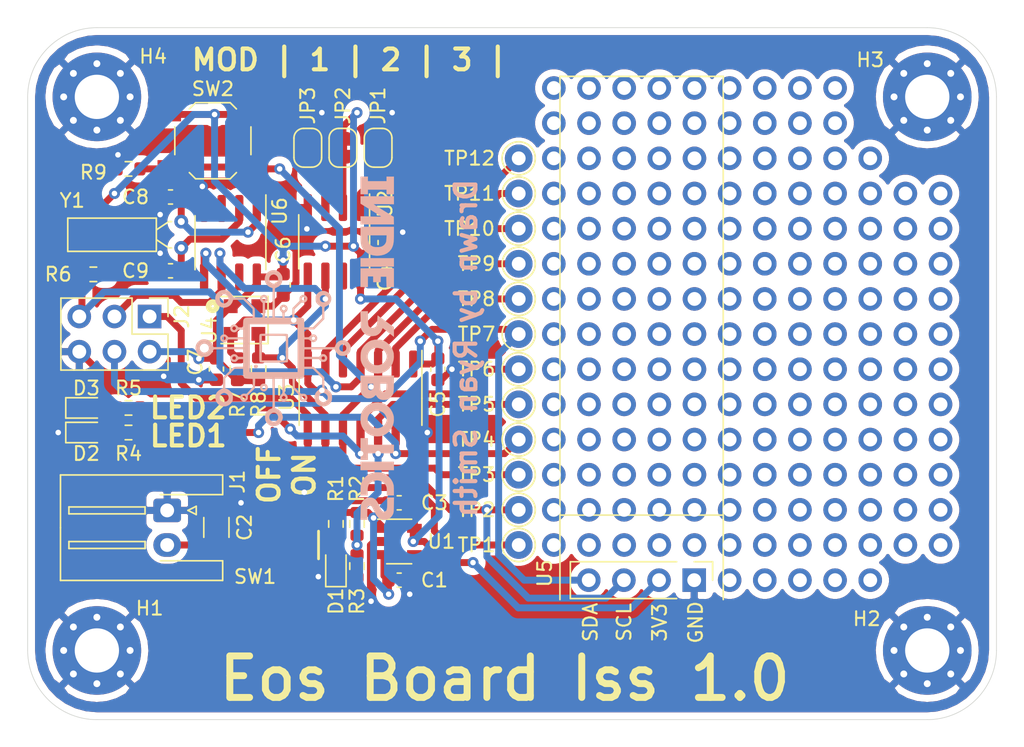
<source format=kicad_pcb>
(kicad_pcb (version 20171130) (host pcbnew "(5.1.10)-1")
  (layers (0 F.Cu signal) (31 B.Cu signal) (34 B.Paste user) (35 F.Paste user) (36 B.SilkS user) (37 F.SilkS user) (38 B.Mask user) (39 F.Mask user) (44 Edge.Cuts user))
  (net 0 "")
  (net 1 GND)
  (net 2 /BATTERY)
  (net 3 +BATT)
  (net 4 +3V3)
  (net 5 "Net-(C8-Pad2)")
  (net 6 "Net-(C9-Pad2)")
  (net 7 "Net-(D1-Pad2)")
  (net 8 "Net-(D2-Pad2)")
  (net 9 "Net-(D3-Pad2)")
  (net 10 /RST)
  (net 11 /MOSI)
  (net 12 /SCK)
  (net 13 /MISO)
  (net 14 "Net-(JP1-Pad2)")
  (net 15 "Net-(JP2-Pad2)")
  (net 16 "Net-(JP3-Pad2)")
  (net 17 /BATT_MON)
  (net 18 /LED1)
  (net 19 /LED2)
  (net 20 "Net-(SW1-Pad3)")
  (net 21 "Net-(TP8-Pad1)")
  (net 22 "Net-(TP9-Pad1)")
  (net 23 "Net-(TP11-Pad1)")
  (net 24 "Net-(U1-Pad4)")
  (net 25 "Net-(U2-Pad7)")
  (net 26 /RTC_MFP)
  (net 27 /BUTT1)
  (net 28 "Net-(TP12-Pad1)")
  (module Testboard:logo (layer B.Cu) (at 116.332 77.216 270)
    (fp_text reference G*** hide)
    (fp_text value LOGO hide)
  )
  (module Button_Switch_SMD:SW_SPST_TL3342 (layer F.Cu) (at 109.982 62.23)
    (fp_text reference SW2 (at 0 -3.75) (layer F.SilkS))
    (fp_text value SW_Push)
    (pad 2 smd rect (at 3.15 1.9) (size 1.7 1) (layers F.Cu F.Paste F.Mask) (net 27 /BUTT1))
    (pad 2 smd rect (at -3.15 1.9) (size 1.7 1) (layers F.Cu F.Paste F.Mask) (net 27 /BUTT1))
    (pad 1 smd rect (at 3.15 -1.9) (size 1.7 1) (layers F.Cu F.Paste F.Mask) (net 4 +3V3))
    (pad 1 smd rect (at -3.15 -1.9) (size 1.7 1) (layers F.Cu F.Paste F.Mask) (net 4 +3V3))
  )
  (module Resistor_SMD:R_0603_1608Metric (layer F.Cu) (at 103.886 64.262)
    (fp_text reference R9 (at -2.54 0.254) (layer F.SilkS))
    (fp_text value 10K)
    (pad 2 smd roundrect (at 0.825 0) (size 0.8 0.95) (layers F.Cu F.Paste F.Mask) (net 27 /BUTT1))
    (pad 1 smd roundrect (at -0.825 0) (size 0.8 0.95) (layers F.Cu F.Paste F.Mask) (net 1 GND))
  )
  (module Package_SO:SOIC-8_3.9x4.9mm_P1.27mm (layer F.Cu) (at 111.252 69.596 270)
    (fp_text reference U6 (at -2.286 -3.556 90) (layer F.SilkS))
    (fp_text value MCP7940M-I/SN)
    (pad 8 smd roundrect (at 2.475 -1.905 270) (size 1.95 0.6) (layers F.Cu F.Paste F.Mask) (net 4 +3V3))
    (pad 7 smd roundrect (at 2.475 -0.635 270) (size 1.95 0.6) (layers F.Cu F.Paste F.Mask) (net 26 /RTC_MFP))
    (pad 6 smd roundrect (at 2.475 0.635 270) (size 1.95 0.6) (layers F.Cu F.Paste F.Mask) (net 12 /SCK))
    (pad 5 smd roundrect (at 2.475 1.905 270) (size 1.95 0.6) (layers F.Cu F.Paste F.Mask) (net 11 /MOSI))
    (pad 4 smd roundrect (at -2.475 1.905 270) (size 1.95 0.6) (layers F.Cu F.Paste F.Mask) (net 1 GND))
    (pad 3 smd roundrect (at -2.475 0.635 270) (size 1.95 0.6) (layers F.Cu F.Paste F.Mask))
    (pad 2 smd roundrect (at -2.475 -0.635 270) (size 1.95 0.6) (layers F.Cu F.Paste F.Mask) (net 6 "Net-(C9-Pad2)"))
    (pad 1 smd roundrect (at -2.475 -1.905 270) (size 1.95 0.6) (layers F.Cu F.Paste F.Mask) (net 5 "Net-(C8-Pad2)"))
  )
  (module HRG-KICAD-FOOTP-LIB:Pin_1.7x1mm_hole (layer F.Cu) (at 134.62 91.44)
    (fp_text reference REF** hide)
    (fp_text value Pin_1.7x1mm_hole hide)
    (pad "" thru_hole circle (at 0 0) (size 1.7 1.7) (drill 1) (layers *.Cu *.Mask))
  )
  (module HRG-KICAD-FOOTP-LIB:Pin_1.7x1mm_hole (layer F.Cu) (at 134.62 88.9)
    (fp_text reference REF** hide)
    (fp_text value Pin_1.7x1mm_hole hide)
    (pad "" thru_hole circle (at 0 0) (size 1.7 1.7) (drill 1) (layers *.Cu *.Mask))
  )
  (module HRG-KICAD-FOOTP-LIB:Pin_1.7x1mm_hole (layer F.Cu) (at 137.16 91.44)
    (fp_text reference REF** hide)
    (fp_text value Pin_1.7x1mm_hole hide)
    (pad "" thru_hole circle (at 0 0) (size 1.7 1.7) (drill 1) (layers *.Cu *.Mask))
  )
  (module HRG-KICAD-FOOTP-LIB:Pin_1.7x1mm_hole (layer F.Cu) (at 137.16 88.9)
    (fp_text reference REF** hide)
    (fp_text value Pin_1.7x1mm_hole hide)
    (pad "" thru_hole circle (at 0 0) (size 1.7 1.7) (drill 1) (layers *.Cu *.Mask))
  )
  (module HRG-KICAD-FOOTP-LIB:Pin_1.7x1mm_hole (layer F.Cu) (at 162.56 71.12)
    (fp_text reference REF** hide)
    (fp_text value Pin_1.7x1mm_hole hide)
    (pad "" thru_hole circle (at 0 0) (size 1.7 1.7) (drill 1) (layers *.Cu *.Mask))
  )
  (module HRG-KICAD-FOOTP-LIB:Pin_1.7x1mm_hole (layer F.Cu) (at 162.56 68.58)
    (fp_text reference REF** hide)
    (fp_text value Pin_1.7x1mm_hole hide)
    (pad "" thru_hole circle (at 0 0) (size 1.7 1.7) (drill 1) (layers *.Cu *.Mask))
  )
  (module HRG-KICAD-FOOTP-LIB:Pin_1.7x1mm_hole (layer F.Cu) (at 162.56 86.36)
    (fp_text reference REF** hide)
    (fp_text value Pin_1.7x1mm_hole hide)
    (pad "" thru_hole circle (at 0 0) (size 1.7 1.7) (drill 1) (layers *.Cu *.Mask))
  )
  (module HRG-KICAD-FOOTP-LIB:Pin_1.7x1mm_hole (layer F.Cu) (at 162.56 73.66)
    (fp_text reference REF** hide)
    (fp_text value Pin_1.7x1mm_hole hide)
    (pad "" thru_hole circle (at 0 0) (size 1.7 1.7) (drill 1) (layers *.Cu *.Mask))
  )
  (module HRG-KICAD-FOOTP-LIB:Pin_1.7x1mm_hole (layer F.Cu) (at 162.56 81.28)
    (fp_text reference REF** hide)
    (fp_text value Pin_1.7x1mm_hole hide)
    (pad "" thru_hole circle (at 0 0) (size 1.7 1.7) (drill 1) (layers *.Cu *.Mask))
  )
  (module HRG-KICAD-FOOTP-LIB:Pin_1.7x1mm_hole (layer F.Cu) (at 162.56 76.2)
    (fp_text reference REF** hide)
    (fp_text value Pin_1.7x1mm_hole hide)
    (pad "" thru_hole circle (at 0 0) (size 1.7 1.7) (drill 1) (layers *.Cu *.Mask))
  )
  (module HRG-KICAD-FOOTP-LIB:Pin_1.7x1mm_hole (layer F.Cu) (at 162.56 88.9)
    (fp_text reference REF** hide)
    (fp_text value Pin_1.7x1mm_hole hide)
    (pad "" thru_hole circle (at 0 0) (size 1.7 1.7) (drill 1) (layers *.Cu *.Mask))
  )
  (module HRG-KICAD-FOOTP-LIB:Pin_1.7x1mm_hole (layer F.Cu) (at 162.56 66.04)
    (fp_text reference REF** hide)
    (fp_text value Pin_1.7x1mm_hole hide)
    (pad "" thru_hole circle (at 0 0) (size 1.7 1.7) (drill 1) (layers *.Cu *.Mask))
  )
  (module HRG-KICAD-FOOTP-LIB:Pin_1.7x1mm_hole (layer F.Cu) (at 162.56 91.44)
    (fp_text reference REF** hide)
    (fp_text value Pin_1.7x1mm_hole hide)
    (pad "" thru_hole circle (at 0 0) (size 1.7 1.7) (drill 1) (layers *.Cu *.Mask))
  )
  (module HRG-KICAD-FOOTP-LIB:Pin_1.7x1mm_hole (layer F.Cu) (at 162.56 83.82)
    (fp_text reference REF** hide)
    (fp_text value Pin_1.7x1mm_hole hide)
    (pad "" thru_hole circle (at 0 0) (size 1.7 1.7) (drill 1) (layers *.Cu *.Mask))
  )
  (module HRG-KICAD-FOOTP-LIB:Pin_1.7x1mm_hole (layer F.Cu) (at 162.56 78.74)
    (fp_text reference REF** hide)
    (fp_text value Pin_1.7x1mm_hole hide)
    (pad "" thru_hole circle (at 0 0) (size 1.7 1.7) (drill 1) (layers *.Cu *.Mask))
  )
  (module HRG-KICAD-FOOTP-LIB:Pin_1.7x1mm_hole (layer F.Cu) (at 160.02 83.82)
    (fp_text reference REF** hide)
    (fp_text value Pin_1.7x1mm_hole hide)
    (pad "" thru_hole circle (at 0 0) (size 1.7 1.7) (drill 1) (layers *.Cu *.Mask))
  )
  (module HRG-KICAD-FOOTP-LIB:Pin_1.7x1mm_hole (layer F.Cu) (at 160.02 86.36)
    (fp_text reference REF** hide)
    (fp_text value Pin_1.7x1mm_hole hide)
    (pad "" thru_hole circle (at 0 0) (size 1.7 1.7) (drill 1) (layers *.Cu *.Mask))
  )
  (module HRG-KICAD-FOOTP-LIB:Pin_1.7x1mm_hole (layer F.Cu) (at 160.02 88.9)
    (fp_text reference REF** hide)
    (fp_text value Pin_1.7x1mm_hole hide)
    (pad "" thru_hole circle (at 0 0) (size 1.7 1.7) (drill 1) (layers *.Cu *.Mask))
  )
  (module HRG-KICAD-FOOTP-LIB:Pin_1.7x1mm_hole (layer F.Cu) (at 160.02 78.74)
    (fp_text reference REF** hide)
    (fp_text value Pin_1.7x1mm_hole hide)
    (pad "" thru_hole circle (at 0 0) (size 1.7 1.7) (drill 1) (layers *.Cu *.Mask))
  )
  (module HRG-KICAD-FOOTP-LIB:Pin_1.7x1mm_hole (layer F.Cu) (at 160.02 66.04)
    (fp_text reference REF** hide)
    (fp_text value Pin_1.7x1mm_hole hide)
    (pad "" thru_hole circle (at 0 0) (size 1.7 1.7) (drill 1) (layers *.Cu *.Mask))
  )
  (module HRG-KICAD-FOOTP-LIB:Pin_1.7x1mm_hole (layer F.Cu) (at 160.02 73.66)
    (fp_text reference REF** hide)
    (fp_text value Pin_1.7x1mm_hole hide)
    (pad "" thru_hole circle (at 0 0) (size 1.7 1.7) (drill 1) (layers *.Cu *.Mask))
  )
  (module HRG-KICAD-FOOTP-LIB:Pin_1.7x1mm_hole (layer F.Cu) (at 160.02 71.12)
    (fp_text reference REF** hide)
    (fp_text value Pin_1.7x1mm_hole hide)
    (pad "" thru_hole circle (at 0 0) (size 1.7 1.7) (drill 1) (layers *.Cu *.Mask))
  )
  (module HRG-KICAD-FOOTP-LIB:Pin_1.7x1mm_hole (layer F.Cu) (at 160.02 68.58)
    (fp_text reference REF** hide)
    (fp_text value Pin_1.7x1mm_hole hide)
    (pad "" thru_hole circle (at 0 0) (size 1.7 1.7) (drill 1) (layers *.Cu *.Mask))
  )
  (module HRG-KICAD-FOOTP-LIB:Pin_1.7x1mm_hole (layer F.Cu) (at 160.02 91.44)
    (fp_text reference REF** hide)
    (fp_text value Pin_1.7x1mm_hole hide)
    (pad "" thru_hole circle (at 0 0) (size 1.7 1.7) (drill 1) (layers *.Cu *.Mask))
  )
  (module HRG-KICAD-FOOTP-LIB:Pin_1.7x1mm_hole (layer F.Cu) (at 160.02 76.2)
    (fp_text reference REF** hide)
    (fp_text value Pin_1.7x1mm_hole hide)
    (pad "" thru_hole circle (at 0 0) (size 1.7 1.7) (drill 1) (layers *.Cu *.Mask))
  )
  (module HRG-KICAD-FOOTP-LIB:Pin_1.7x1mm_hole (layer F.Cu) (at 160.02 81.28)
    (fp_text reference REF** hide)
    (fp_text value Pin_1.7x1mm_hole hide)
    (pad "" thru_hole circle (at 0 0) (size 1.7 1.7) (drill 1) (layers *.Cu *.Mask))
  )
  (module HRG-KICAD-FOOTP-LIB:Pin_1.7x1mm_hole (layer F.Cu) (at 157.48 93.98)
    (fp_text reference REF** hide)
    (fp_text value Pin_1.7x1mm_hole hide)
    (pad "" thru_hole circle (at 0 0) (size 1.7 1.7) (drill 1) (layers *.Cu *.Mask))
  )
  (module HRG-KICAD-FOOTP-LIB:Pin_1.7x1mm_hole (layer F.Cu) (at 157.48 71.12)
    (fp_text reference REF** hide)
    (fp_text value Pin_1.7x1mm_hole hide)
    (pad "" thru_hole circle (at 0 0) (size 1.7 1.7) (drill 1) (layers *.Cu *.Mask))
  )
  (module HRG-KICAD-FOOTP-LIB:Pin_1.7x1mm_hole (layer F.Cu) (at 157.48 68.58)
    (fp_text reference REF** hide)
    (fp_text value Pin_1.7x1mm_hole hide)
    (pad "" thru_hole circle (at 0 0) (size 1.7 1.7) (drill 1) (layers *.Cu *.Mask))
  )
  (module HRG-KICAD-FOOTP-LIB:Pin_1.7x1mm_hole (layer F.Cu) (at 157.48 76.2)
    (fp_text reference REF** hide)
    (fp_text value Pin_1.7x1mm_hole hide)
    (pad "" thru_hole circle (at 0 0) (size 1.7 1.7) (drill 1) (layers *.Cu *.Mask))
  )
  (module HRG-KICAD-FOOTP-LIB:Pin_1.7x1mm_hole (layer F.Cu) (at 157.48 73.66)
    (fp_text reference REF** hide)
    (fp_text value Pin_1.7x1mm_hole hide)
    (pad "" thru_hole circle (at 0 0) (size 1.7 1.7) (drill 1) (layers *.Cu *.Mask))
  )
  (module HRG-KICAD-FOOTP-LIB:Pin_1.7x1mm_hole (layer F.Cu) (at 157.48 91.44)
    (fp_text reference REF** hide)
    (fp_text value Pin_1.7x1mm_hole hide)
    (pad "" thru_hole circle (at 0 0) (size 1.7 1.7) (drill 1) (layers *.Cu *.Mask))
  )
  (module HRG-KICAD-FOOTP-LIB:Pin_1.7x1mm_hole (layer F.Cu) (at 157.48 81.28)
    (fp_text reference REF** hide)
    (fp_text value Pin_1.7x1mm_hole hide)
    (pad "" thru_hole circle (at 0 0) (size 1.7 1.7) (drill 1) (layers *.Cu *.Mask))
  )
  (module HRG-KICAD-FOOTP-LIB:Pin_1.7x1mm_hole (layer F.Cu) (at 157.48 78.74)
    (fp_text reference REF** hide)
    (fp_text value Pin_1.7x1mm_hole hide)
    (pad "" thru_hole circle (at 0 0) (size 1.7 1.7) (drill 1) (layers *.Cu *.Mask))
  )
  (module HRG-KICAD-FOOTP-LIB:Pin_1.7x1mm_hole (layer F.Cu) (at 157.48 66.04)
    (fp_text reference REF** hide)
    (fp_text value Pin_1.7x1mm_hole hide)
    (pad "" thru_hole circle (at 0 0) (size 1.7 1.7) (drill 1) (layers *.Cu *.Mask))
  )
  (module HRG-KICAD-FOOTP-LIB:Pin_1.7x1mm_hole (layer F.Cu) (at 157.48 63.5)
    (fp_text reference REF** hide)
    (fp_text value Pin_1.7x1mm_hole hide)
    (pad "" thru_hole circle (at 0 0) (size 1.7 1.7) (drill 1) (layers *.Cu *.Mask))
  )
  (module HRG-KICAD-FOOTP-LIB:Pin_1.7x1mm_hole (layer F.Cu) (at 157.48 86.36)
    (fp_text reference REF** hide)
    (fp_text value Pin_1.7x1mm_hole hide)
    (pad "" thru_hole circle (at 0 0) (size 1.7 1.7) (drill 1) (layers *.Cu *.Mask))
  )
  (module HRG-KICAD-FOOTP-LIB:Pin_1.7x1mm_hole (layer F.Cu) (at 157.48 83.82)
    (fp_text reference REF** hide)
    (fp_text value Pin_1.7x1mm_hole hide)
    (pad "" thru_hole circle (at 0 0) (size 1.7 1.7) (drill 1) (layers *.Cu *.Mask))
  )
  (module HRG-KICAD-FOOTP-LIB:Pin_1.7x1mm_hole (layer F.Cu) (at 157.48 88.9)
    (fp_text reference REF** hide)
    (fp_text value Pin_1.7x1mm_hole hide)
    (pad "" thru_hole circle (at 0 0) (size 1.7 1.7) (drill 1) (layers *.Cu *.Mask))
  )
  (module HRG-KICAD-FOOTP-LIB:Pin_1.7x1mm_hole (layer F.Cu) (at 152.4 93.98)
    (fp_text reference REF** hide)
    (fp_text value Pin_1.7x1mm_hole hide)
    (pad "" thru_hole circle (at 0 0) (size 1.7 1.7) (drill 1) (layers *.Cu *.Mask))
  )
  (module HRG-KICAD-FOOTP-LIB:Pin_1.7x1mm_hole (layer F.Cu) (at 154.94 93.98)
    (fp_text reference REF** hide)
    (fp_text value Pin_1.7x1mm_hole hide)
    (pad "" thru_hole circle (at 0 0) (size 1.7 1.7) (drill 1) (layers *.Cu *.Mask))
  )
  (module HRG-KICAD-FOOTP-LIB:Pin_1.7x1mm_hole (layer F.Cu) (at 147.32 93.98)
    (fp_text reference REF** hide)
    (fp_text value Pin_1.7x1mm_hole hide)
    (pad "" thru_hole circle (at 0 0) (size 1.7 1.7) (drill 1) (layers *.Cu *.Mask))
  )
  (module HRG-KICAD-FOOTP-LIB:Pin_1.7x1mm_hole (layer F.Cu) (at 149.86 93.98)
    (fp_text reference REF** hide)
    (fp_text value Pin_1.7x1mm_hole hide)
    (pad "" thru_hole circle (at 0 0) (size 1.7 1.7) (drill 1) (layers *.Cu *.Mask))
  )
  (module HRG-KICAD-FOOTP-LIB:Pin_1.7x1mm_hole (layer F.Cu) (at 134.62 58.42)
    (fp_text reference REF** hide)
    (fp_text value Pin_1.7x1mm_hole hide)
    (pad "" thru_hole circle (at 0 0) (size 1.7 1.7) (drill 1) (layers *.Cu *.Mask))
  )
  (module HRG-KICAD-FOOTP-LIB:Pin_1.7x1mm_hole (layer F.Cu) (at 134.62 60.96)
    (fp_text reference REF** hide)
    (fp_text value Pin_1.7x1mm_hole hide)
    (pad "" thru_hole circle (at 0 0) (size 1.7 1.7) (drill 1) (layers *.Cu *.Mask))
  )
  (module HRG-KICAD-FOOTP-LIB:Pin_1.7x1mm_hole (layer F.Cu) (at 134.62 71.12)
    (fp_text reference REF** hide)
    (fp_text value Pin_1.7x1mm_hole hide)
    (pad "" thru_hole circle (at 0 0) (size 1.7 1.7) (drill 1) (layers *.Cu *.Mask))
  )
  (module HRG-KICAD-FOOTP-LIB:Pin_1.7x1mm_hole (layer F.Cu) (at 134.62 63.5)
    (fp_text reference REF** hide)
    (fp_text value Pin_1.7x1mm_hole hide)
    (pad "" thru_hole circle (at 0 0) (size 1.7 1.7) (drill 1) (layers *.Cu *.Mask))
  )
  (module HRG-KICAD-FOOTP-LIB:Pin_1.7x1mm_hole (layer F.Cu) (at 134.62 66.04)
    (fp_text reference REF** hide)
    (fp_text value Pin_1.7x1mm_hole hide)
    (pad "" thru_hole circle (at 0 0) (size 1.7 1.7) (drill 1) (layers *.Cu *.Mask))
  )
  (module HRG-KICAD-FOOTP-LIB:Pin_1.7x1mm_hole (layer F.Cu) (at 134.62 68.58)
    (fp_text reference REF** hide)
    (fp_text value Pin_1.7x1mm_hole hide)
    (pad "" thru_hole circle (at 0 0) (size 1.7 1.7) (drill 1) (layers *.Cu *.Mask))
  )
  (module HRG-KICAD-FOOTP-LIB:Pin_1.7x1mm_hole (layer F.Cu) (at 134.62 73.66)
    (fp_text reference REF** hide)
    (fp_text value Pin_1.7x1mm_hole hide)
    (pad "" thru_hole circle (at 0 0) (size 1.7 1.7) (drill 1) (layers *.Cu *.Mask))
  )
  (module HRG-KICAD-FOOTP-LIB:Pin_1.7x1mm_hole (layer F.Cu) (at 134.62 76.2)
    (fp_text reference REF** hide)
    (fp_text value Pin_1.7x1mm_hole hide)
    (pad "" thru_hole circle (at 0 0) (size 1.7 1.7) (drill 1) (layers *.Cu *.Mask))
  )
  (module HRG-KICAD-FOOTP-LIB:Pin_1.7x1mm_hole (layer F.Cu) (at 134.62 78.74)
    (fp_text reference REF** hide)
    (fp_text value Pin_1.7x1mm_hole hide)
    (pad "" thru_hole circle (at 0 0) (size 1.7 1.7) (drill 1) (layers *.Cu *.Mask))
  )
  (module HRG-KICAD-FOOTP-LIB:Pin_1.7x1mm_hole (layer F.Cu) (at 134.62 86.36)
    (fp_text reference REF** hide)
    (fp_text value Pin_1.7x1mm_hole hide)
    (pad "" thru_hole circle (at 0 0) (size 1.7 1.7) (drill 1) (layers *.Cu *.Mask))
  )
  (module HRG-KICAD-FOOTP-LIB:Pin_1.7x1mm_hole (layer F.Cu) (at 134.62 81.28)
    (fp_text reference REF** hide)
    (fp_text value Pin_1.7x1mm_hole hide)
    (pad "" thru_hole circle (at 0 0) (size 1.7 1.7) (drill 1) (layers *.Cu *.Mask))
  )
  (module HRG-KICAD-FOOTP-LIB:Pin_1.7x1mm_hole (layer F.Cu) (at 134.62 83.82)
    (fp_text reference REF** hide)
    (fp_text value Pin_1.7x1mm_hole hide)
    (pad "" thru_hole circle (at 0 0) (size 1.7 1.7) (drill 1) (layers *.Cu *.Mask))
  )
  (module HRG-KICAD-FOOTP-LIB:Pin_1.7x1mm_hole (layer F.Cu) (at 152.4 78.74)
    (fp_text reference REF** hide)
    (fp_text value Pin_1.7x1mm_hole hide)
    (pad "" thru_hole circle (at 0 0) (size 1.7 1.7) (drill 1) (layers *.Cu *.Mask))
  )
  (module HRG-KICAD-FOOTP-LIB:Pin_1.7x1mm_hole (layer F.Cu) (at 152.4 81.28)
    (fp_text reference REF** hide)
    (fp_text value Pin_1.7x1mm_hole hide)
    (pad "" thru_hole circle (at 0 0) (size 1.7 1.7) (drill 1) (layers *.Cu *.Mask))
  )
  (module HRG-KICAD-FOOTP-LIB:Pin_1.7x1mm_hole (layer F.Cu) (at 154.94 78.74)
    (fp_text reference REF** hide)
    (fp_text value Pin_1.7x1mm_hole hide)
    (pad "" thru_hole circle (at 0 0) (size 1.7 1.7) (drill 1) (layers *.Cu *.Mask))
  )
  (module HRG-KICAD-FOOTP-LIB:Pin_1.7x1mm_hole (layer F.Cu) (at 154.94 81.28)
    (fp_text reference REF** hide)
    (fp_text value Pin_1.7x1mm_hole hide)
    (pad "" thru_hole circle (at 0 0) (size 1.7 1.7) (drill 1) (layers *.Cu *.Mask))
  )
  (module HRG-KICAD-FOOTP-LIB:Pin_1.7x1mm_hole (layer F.Cu) (at 152.4 71.12)
    (fp_text reference REF** hide)
    (fp_text value Pin_1.7x1mm_hole hide)
    (pad "" thru_hole circle (at 0 0) (size 1.7 1.7) (drill 1) (layers *.Cu *.Mask))
  )
  (module HRG-KICAD-FOOTP-LIB:Pin_1.7x1mm_hole (layer F.Cu) (at 152.4 68.58)
    (fp_text reference REF** hide)
    (fp_text value Pin_1.7x1mm_hole hide)
    (pad "" thru_hole circle (at 0 0) (size 1.7 1.7) (drill 1) (layers *.Cu *.Mask))
  )
  (module HRG-KICAD-FOOTP-LIB:Pin_1.7x1mm_hole (layer F.Cu) (at 152.4 66.04)
    (fp_text reference REF** hide)
    (fp_text value Pin_1.7x1mm_hole hide)
    (pad "" thru_hole circle (at 0 0) (size 1.7 1.7) (drill 1) (layers *.Cu *.Mask))
  )
  (module HRG-KICAD-FOOTP-LIB:Pin_1.7x1mm_hole (layer F.Cu) (at 154.94 63.5)
    (fp_text reference REF** hide)
    (fp_text value Pin_1.7x1mm_hole hide)
    (pad "" thru_hole circle (at 0 0) (size 1.7 1.7) (drill 1) (layers *.Cu *.Mask))
  )
  (module HRG-KICAD-FOOTP-LIB:Pin_1.7x1mm_hole (layer F.Cu) (at 152.4 63.5)
    (fp_text reference REF** hide)
    (fp_text value Pin_1.7x1mm_hole hide)
    (pad "" thru_hole circle (at 0 0) (size 1.7 1.7) (drill 1) (layers *.Cu *.Mask))
  )
  (module HRG-KICAD-FOOTP-LIB:Pin_1.7x1mm_hole (layer F.Cu) (at 152.4 60.96)
    (fp_text reference REF** hide)
    (fp_text value Pin_1.7x1mm_hole hide)
    (pad "" thru_hole circle (at 0 0) (size 1.7 1.7) (drill 1) (layers *.Cu *.Mask))
  )
  (module HRG-KICAD-FOOTP-LIB:Pin_1.7x1mm_hole (layer F.Cu) (at 154.94 58.42)
    (fp_text reference REF** hide)
    (fp_text value Pin_1.7x1mm_hole hide)
    (pad "" thru_hole circle (at 0 0) (size 1.7 1.7) (drill 1) (layers *.Cu *.Mask))
  )
  (module HRG-KICAD-FOOTP-LIB:Pin_1.7x1mm_hole (layer F.Cu) (at 152.4 58.42)
    (fp_text reference REF** hide)
    (fp_text value Pin_1.7x1mm_hole hide)
    (pad "" thru_hole circle (at 0 0) (size 1.7 1.7) (drill 1) (layers *.Cu *.Mask))
  )
  (module HRG-KICAD-FOOTP-LIB:Pin_1.7x1mm_hole (layer F.Cu) (at 154.94 66.04)
    (fp_text reference REF** hide)
    (fp_text value Pin_1.7x1mm_hole hide)
    (pad "" thru_hole circle (at 0 0) (size 1.7 1.7) (drill 1) (layers *.Cu *.Mask))
  )
  (module HRG-KICAD-FOOTP-LIB:Pin_1.7x1mm_hole (layer F.Cu) (at 154.94 60.96)
    (fp_text reference REF** hide)
    (fp_text value Pin_1.7x1mm_hole hide)
    (pad "" thru_hole circle (at 0 0) (size 1.7 1.7) (drill 1) (layers *.Cu *.Mask))
  )
  (module HRG-KICAD-FOOTP-LIB:Pin_1.7x1mm_hole (layer F.Cu) (at 154.94 71.12)
    (fp_text reference REF** hide)
    (fp_text value Pin_1.7x1mm_hole hide)
    (pad "" thru_hole circle (at 0 0) (size 1.7 1.7) (drill 1) (layers *.Cu *.Mask))
  )
  (module HRG-KICAD-FOOTP-LIB:Pin_1.7x1mm_hole (layer F.Cu) (at 154.94 68.58)
    (fp_text reference REF** hide)
    (fp_text value Pin_1.7x1mm_hole hide)
    (pad "" thru_hole circle (at 0 0) (size 1.7 1.7) (drill 1) (layers *.Cu *.Mask))
  )
  (module HRG-KICAD-FOOTP-LIB:Pin_1.7x1mm_hole (layer F.Cu) (at 152.4 76.2)
    (fp_text reference REF** hide)
    (fp_text value Pin_1.7x1mm_hole hide)
    (pad "" thru_hole circle (at 0 0) (size 1.7 1.7) (drill 1) (layers *.Cu *.Mask))
  )
  (module HRG-KICAD-FOOTP-LIB:Pin_1.7x1mm_hole (layer F.Cu) (at 152.4 73.66)
    (fp_text reference REF** hide)
    (fp_text value Pin_1.7x1mm_hole hide)
    (pad "" thru_hole circle (at 0 0) (size 1.7 1.7) (drill 1) (layers *.Cu *.Mask))
  )
  (module HRG-KICAD-FOOTP-LIB:Pin_1.7x1mm_hole (layer F.Cu) (at 154.94 73.66)
    (fp_text reference REF** hide)
    (fp_text value Pin_1.7x1mm_hole hide)
    (pad "" thru_hole circle (at 0 0) (size 1.7 1.7) (drill 1) (layers *.Cu *.Mask))
  )
  (module HRG-KICAD-FOOTP-LIB:Pin_1.7x1mm_hole (layer F.Cu) (at 154.94 76.2)
    (fp_text reference REF** hide)
    (fp_text value Pin_1.7x1mm_hole hide)
    (pad "" thru_hole circle (at 0 0) (size 1.7 1.7) (drill 1) (layers *.Cu *.Mask))
  )
  (module HRG-KICAD-FOOTP-LIB:Pin_1.7x1mm_hole (layer F.Cu) (at 152.4 91.44)
    (fp_text reference REF** hide)
    (fp_text value Pin_1.7x1mm_hole hide)
    (pad "" thru_hole circle (at 0 0) (size 1.7 1.7) (drill 1) (layers *.Cu *.Mask))
  )
  (module HRG-KICAD-FOOTP-LIB:Pin_1.7x1mm_hole (layer F.Cu) (at 154.94 91.44)
    (fp_text reference REF** hide)
    (fp_text value Pin_1.7x1mm_hole hide)
    (pad "" thru_hole circle (at 0 0) (size 1.7 1.7) (drill 1) (layers *.Cu *.Mask))
  )
  (module HRG-KICAD-FOOTP-LIB:Pin_1.7x1mm_hole (layer F.Cu) (at 152.4 88.9)
    (fp_text reference REF** hide)
    (fp_text value Pin_1.7x1mm_hole hide)
    (pad "" thru_hole circle (at 0 0) (size 1.7 1.7) (drill 1) (layers *.Cu *.Mask))
  )
  (module HRG-KICAD-FOOTP-LIB:Pin_1.7x1mm_hole (layer F.Cu) (at 154.94 83.82)
    (fp_text reference REF** hide)
    (fp_text value Pin_1.7x1mm_hole hide)
    (pad "" thru_hole circle (at 0 0) (size 1.7 1.7) (drill 1) (layers *.Cu *.Mask))
  )
  (module HRG-KICAD-FOOTP-LIB:Pin_1.7x1mm_hole (layer F.Cu) (at 152.4 86.36)
    (fp_text reference REF** hide)
    (fp_text value Pin_1.7x1mm_hole hide)
    (pad "" thru_hole circle (at 0 0) (size 1.7 1.7) (drill 1) (layers *.Cu *.Mask))
  )
  (module HRG-KICAD-FOOTP-LIB:Pin_1.7x1mm_hole (layer F.Cu) (at 154.94 86.36)
    (fp_text reference REF** hide)
    (fp_text value Pin_1.7x1mm_hole hide)
    (pad "" thru_hole circle (at 0 0) (size 1.7 1.7) (drill 1) (layers *.Cu *.Mask))
  )
  (module HRG-KICAD-FOOTP-LIB:Pin_1.7x1mm_hole (layer F.Cu) (at 152.4 83.82)
    (fp_text reference REF** hide)
    (fp_text value Pin_1.7x1mm_hole hide)
    (pad "" thru_hole circle (at 0 0) (size 1.7 1.7) (drill 1) (layers *.Cu *.Mask))
  )
  (module HRG-KICAD-FOOTP-LIB:Pin_1.7x1mm_hole (layer F.Cu) (at 154.94 88.9)
    (fp_text reference REF** hide)
    (fp_text value Pin_1.7x1mm_hole hide)
    (pad "" thru_hole circle (at 0 0) (size 1.7 1.7) (drill 1) (layers *.Cu *.Mask))
  )
  (module HRG-KICAD-FOOTP-LIB:Pin_1.7x1mm_hole (layer F.Cu) (at 147.32 91.44)
    (fp_text reference REF** hide)
    (fp_text value Pin_1.7x1mm_hole hide)
    (pad "" thru_hole circle (at 0 0) (size 1.7 1.7) (drill 1) (layers *.Cu *.Mask))
  )
  (module HRG-KICAD-FOOTP-LIB:Pin_1.7x1mm_hole (layer F.Cu) (at 139.7 88.9)
    (fp_text reference REF** hide)
    (fp_text value Pin_1.7x1mm_hole hide)
    (pad "" thru_hole circle (at 0 0) (size 1.7 1.7) (drill 1) (layers *.Cu *.Mask))
  )
  (module HRG-KICAD-FOOTP-LIB:Pin_1.7x1mm_hole (layer F.Cu) (at 144.78 88.9)
    (fp_text reference REF** hide)
    (fp_text value Pin_1.7x1mm_hole hide)
    (pad "" thru_hole circle (at 0 0) (size 1.7 1.7) (drill 1) (layers *.Cu *.Mask))
  )
  (module HRG-KICAD-FOOTP-LIB:Pin_1.7x1mm_hole (layer F.Cu) (at 149.86 88.9)
    (fp_text reference REF** hide)
    (fp_text value Pin_1.7x1mm_hole hide)
    (pad "" thru_hole circle (at 0 0) (size 1.7 1.7) (drill 1) (layers *.Cu *.Mask))
  )
  (module HRG-KICAD-FOOTP-LIB:Pin_1.7x1mm_hole (layer F.Cu) (at 147.32 88.9)
    (fp_text reference REF** hide)
    (fp_text value Pin_1.7x1mm_hole hide)
    (pad "" thru_hole circle (at 0 0) (size 1.7 1.7) (drill 1) (layers *.Cu *.Mask))
  )
  (module HRG-KICAD-FOOTP-LIB:Pin_1.7x1mm_hole (layer F.Cu) (at 144.78 91.44)
    (fp_text reference REF** hide)
    (fp_text value Pin_1.7x1mm_hole hide)
    (pad "" thru_hole circle (at 0 0) (size 1.7 1.7) (drill 1) (layers *.Cu *.Mask))
  )
  (module HRG-KICAD-FOOTP-LIB:Pin_1.7x1mm_hole (layer F.Cu) (at 149.86 91.44)
    (fp_text reference REF** hide)
    (fp_text value Pin_1.7x1mm_hole hide)
    (pad "" thru_hole circle (at 0 0) (size 1.7 1.7) (drill 1) (layers *.Cu *.Mask))
  )
  (module HRG-KICAD-FOOTP-LIB:Pin_1.7x1mm_hole (layer F.Cu) (at 139.7 91.44)
    (fp_text reference REF** hide)
    (fp_text value Pin_1.7x1mm_hole hide)
    (pad "" thru_hole circle (at 0 0) (size 1.7 1.7) (drill 1) (layers *.Cu *.Mask))
  )
  (module HRG-KICAD-FOOTP-LIB:Pin_1.7x1mm_hole (layer F.Cu) (at 142.24 91.44)
    (fp_text reference REF** hide)
    (fp_text value Pin_1.7x1mm_hole hide)
    (pad "" thru_hole circle (at 0 0) (size 1.7 1.7) (drill 1) (layers *.Cu *.Mask))
  )
  (module HRG-KICAD-FOOTP-LIB:Pin_1.7x1mm_hole (layer F.Cu) (at 142.24 88.9)
    (fp_text reference REF** hide)
    (fp_text value Pin_1.7x1mm_hole hide)
    (pad "" thru_hole circle (at 0 0) (size 1.7 1.7) (drill 1) (layers *.Cu *.Mask))
  )
  (module HRG-KICAD-FOOTP-LIB:Pin_1.7x1mm_hole (layer F.Cu) (at 137.16 83.82)
    (fp_text reference REF** hide)
    (fp_text value Pin_1.7x1mm_hole hide)
    (pad "" thru_hole circle (at 0 0) (size 1.7 1.7) (drill 1) (layers *.Cu *.Mask))
  )
  (module HRG-KICAD-FOOTP-LIB:Pin_1.7x1mm_hole (layer F.Cu) (at 147.32 86.36)
    (fp_text reference REF** hide)
    (fp_text value Pin_1.7x1mm_hole hide)
    (pad "" thru_hole circle (at 0 0) (size 1.7 1.7) (drill 1) (layers *.Cu *.Mask))
  )
  (module HRG-KICAD-FOOTP-LIB:Pin_1.7x1mm_hole (layer F.Cu) (at 139.7 83.82)
    (fp_text reference REF** hide)
    (fp_text value Pin_1.7x1mm_hole hide)
    (pad "" thru_hole circle (at 0 0) (size 1.7 1.7) (drill 1) (layers *.Cu *.Mask))
  )
  (module HRG-KICAD-FOOTP-LIB:Pin_1.7x1mm_hole (layer F.Cu) (at 144.78 83.82)
    (fp_text reference REF** hide)
    (fp_text value Pin_1.7x1mm_hole hide)
    (pad "" thru_hole circle (at 0 0) (size 1.7 1.7) (drill 1) (layers *.Cu *.Mask))
  )
  (module HRG-KICAD-FOOTP-LIB:Pin_1.7x1mm_hole (layer F.Cu) (at 149.86 83.82)
    (fp_text reference REF** hide)
    (fp_text value Pin_1.7x1mm_hole hide)
    (pad "" thru_hole circle (at 0 0) (size 1.7 1.7) (drill 1) (layers *.Cu *.Mask))
  )
  (module HRG-KICAD-FOOTP-LIB:Pin_1.7x1mm_hole (layer F.Cu) (at 147.32 83.82)
    (fp_text reference REF** hide)
    (fp_text value Pin_1.7x1mm_hole hide)
    (pad "" thru_hole circle (at 0 0) (size 1.7 1.7) (drill 1) (layers *.Cu *.Mask))
  )
  (module HRG-KICAD-FOOTP-LIB:Pin_1.7x1mm_hole (layer F.Cu) (at 144.78 86.36)
    (fp_text reference REF** hide)
    (fp_text value Pin_1.7x1mm_hole hide)
    (pad "" thru_hole circle (at 0 0) (size 1.7 1.7) (drill 1) (layers *.Cu *.Mask))
  )
  (module HRG-KICAD-FOOTP-LIB:Pin_1.7x1mm_hole (layer F.Cu) (at 149.86 86.36)
    (fp_text reference REF** hide)
    (fp_text value Pin_1.7x1mm_hole hide)
    (pad "" thru_hole circle (at 0 0) (size 1.7 1.7) (drill 1) (layers *.Cu *.Mask))
  )
  (module HRG-KICAD-FOOTP-LIB:Pin_1.7x1mm_hole (layer F.Cu) (at 137.16 86.36)
    (fp_text reference REF** hide)
    (fp_text value Pin_1.7x1mm_hole hide)
    (pad "" thru_hole circle (at 0 0) (size 1.7 1.7) (drill 1) (layers *.Cu *.Mask))
  )
  (module HRG-KICAD-FOOTP-LIB:Pin_1.7x1mm_hole (layer F.Cu) (at 139.7 86.36)
    (fp_text reference REF** hide)
    (fp_text value Pin_1.7x1mm_hole hide)
    (pad "" thru_hole circle (at 0 0) (size 1.7 1.7) (drill 1) (layers *.Cu *.Mask))
  )
  (module HRG-KICAD-FOOTP-LIB:Pin_1.7x1mm_hole (layer F.Cu) (at 142.24 86.36)
    (fp_text reference REF** hide)
    (fp_text value Pin_1.7x1mm_hole hide)
    (pad "" thru_hole circle (at 0 0) (size 1.7 1.7) (drill 1) (layers *.Cu *.Mask))
  )
  (module HRG-KICAD-FOOTP-LIB:Pin_1.7x1mm_hole (layer F.Cu) (at 142.24 83.82)
    (fp_text reference REF** hide)
    (fp_text value Pin_1.7x1mm_hole hide)
    (pad "" thru_hole circle (at 0 0) (size 1.7 1.7) (drill 1) (layers *.Cu *.Mask))
  )
  (module HRG-KICAD-FOOTP-LIB:Pin_1.7x1mm_hole (layer F.Cu) (at 137.16 78.74)
    (fp_text reference REF** hide)
    (fp_text value Pin_1.7x1mm_hole hide)
    (pad "" thru_hole circle (at 0 0) (size 1.7 1.7) (drill 1) (layers *.Cu *.Mask))
  )
  (module HRG-KICAD-FOOTP-LIB:Pin_1.7x1mm_hole (layer F.Cu) (at 147.32 81.28)
    (fp_text reference REF** hide)
    (fp_text value Pin_1.7x1mm_hole hide)
    (pad "" thru_hole circle (at 0 0) (size 1.7 1.7) (drill 1) (layers *.Cu *.Mask))
  )
  (module HRG-KICAD-FOOTP-LIB:Pin_1.7x1mm_hole (layer F.Cu) (at 139.7 78.74)
    (fp_text reference REF** hide)
    (fp_text value Pin_1.7x1mm_hole hide)
    (pad "" thru_hole circle (at 0 0) (size 1.7 1.7) (drill 1) (layers *.Cu *.Mask))
  )
  (module HRG-KICAD-FOOTP-LIB:Pin_1.7x1mm_hole (layer F.Cu) (at 144.78 78.74)
    (fp_text reference REF** hide)
    (fp_text value Pin_1.7x1mm_hole hide)
    (pad "" thru_hole circle (at 0 0) (size 1.7 1.7) (drill 1) (layers *.Cu *.Mask))
  )
  (module HRG-KICAD-FOOTP-LIB:Pin_1.7x1mm_hole (layer F.Cu) (at 149.86 78.74)
    (fp_text reference REF** hide)
    (fp_text value Pin_1.7x1mm_hole hide)
    (pad "" thru_hole circle (at 0 0) (size 1.7 1.7) (drill 1) (layers *.Cu *.Mask))
  )
  (module HRG-KICAD-FOOTP-LIB:Pin_1.7x1mm_hole (layer F.Cu) (at 147.32 78.74)
    (fp_text reference REF** hide)
    (fp_text value Pin_1.7x1mm_hole hide)
    (pad "" thru_hole circle (at 0 0) (size 1.7 1.7) (drill 1) (layers *.Cu *.Mask))
  )
  (module HRG-KICAD-FOOTP-LIB:Pin_1.7x1mm_hole (layer F.Cu) (at 144.78 81.28)
    (fp_text reference REF** hide)
    (fp_text value Pin_1.7x1mm_hole hide)
    (pad "" thru_hole circle (at 0 0) (size 1.7 1.7) (drill 1) (layers *.Cu *.Mask))
  )
  (module HRG-KICAD-FOOTP-LIB:Pin_1.7x1mm_hole (layer F.Cu) (at 149.86 81.28)
    (fp_text reference REF** hide)
    (fp_text value Pin_1.7x1mm_hole hide)
    (pad "" thru_hole circle (at 0 0) (size 1.7 1.7) (drill 1) (layers *.Cu *.Mask))
  )
  (module HRG-KICAD-FOOTP-LIB:Pin_1.7x1mm_hole (layer F.Cu) (at 137.16 81.28)
    (fp_text reference REF** hide)
    (fp_text value Pin_1.7x1mm_hole hide)
    (pad "" thru_hole circle (at 0 0) (size 1.7 1.7) (drill 1) (layers *.Cu *.Mask))
  )
  (module HRG-KICAD-FOOTP-LIB:Pin_1.7x1mm_hole (layer F.Cu) (at 139.7 81.28)
    (fp_text reference REF** hide)
    (fp_text value Pin_1.7x1mm_hole hide)
    (pad "" thru_hole circle (at 0 0) (size 1.7 1.7) (drill 1) (layers *.Cu *.Mask))
  )
  (module HRG-KICAD-FOOTP-LIB:Pin_1.7x1mm_hole (layer F.Cu) (at 142.24 81.28)
    (fp_text reference REF** hide)
    (fp_text value Pin_1.7x1mm_hole hide)
    (pad "" thru_hole circle (at 0 0) (size 1.7 1.7) (drill 1) (layers *.Cu *.Mask))
  )
  (module HRG-KICAD-FOOTP-LIB:Pin_1.7x1mm_hole (layer F.Cu) (at 142.24 78.74)
    (fp_text reference REF** hide)
    (fp_text value Pin_1.7x1mm_hole hide)
    (pad "" thru_hole circle (at 0 0) (size 1.7 1.7) (drill 1) (layers *.Cu *.Mask))
  )
  (module HRG-KICAD-FOOTP-LIB:Pin_1.7x1mm_hole (layer F.Cu) (at 137.16 73.66)
    (fp_text reference REF** hide)
    (fp_text value Pin_1.7x1mm_hole hide)
    (pad "" thru_hole circle (at 0 0) (size 1.7 1.7) (drill 1) (layers *.Cu *.Mask))
  )
  (module HRG-KICAD-FOOTP-LIB:Pin_1.7x1mm_hole (layer F.Cu) (at 147.32 76.2)
    (fp_text reference REF** hide)
    (fp_text value Pin_1.7x1mm_hole hide)
    (pad "" thru_hole circle (at 0 0) (size 1.7 1.7) (drill 1) (layers *.Cu *.Mask))
  )
  (module HRG-KICAD-FOOTP-LIB:Pin_1.7x1mm_hole (layer F.Cu) (at 139.7 73.66)
    (fp_text reference REF** hide)
    (fp_text value Pin_1.7x1mm_hole hide)
    (pad "" thru_hole circle (at 0 0) (size 1.7 1.7) (drill 1) (layers *.Cu *.Mask))
  )
  (module HRG-KICAD-FOOTP-LIB:Pin_1.7x1mm_hole (layer F.Cu) (at 144.78 73.66)
    (fp_text reference REF** hide)
    (fp_text value Pin_1.7x1mm_hole hide)
    (pad "" thru_hole circle (at 0 0) (size 1.7 1.7) (drill 1) (layers *.Cu *.Mask))
  )
  (module HRG-KICAD-FOOTP-LIB:Pin_1.7x1mm_hole (layer F.Cu) (at 149.86 73.66)
    (fp_text reference REF** hide)
    (fp_text value Pin_1.7x1mm_hole hide)
    (pad "" thru_hole circle (at 0 0) (size 1.7 1.7) (drill 1) (layers *.Cu *.Mask))
  )
  (module HRG-KICAD-FOOTP-LIB:Pin_1.7x1mm_hole (layer F.Cu) (at 147.32 73.66)
    (fp_text reference REF** hide)
    (fp_text value Pin_1.7x1mm_hole hide)
    (pad "" thru_hole circle (at 0 0) (size 1.7 1.7) (drill 1) (layers *.Cu *.Mask))
  )
  (module HRG-KICAD-FOOTP-LIB:Pin_1.7x1mm_hole (layer F.Cu) (at 144.78 76.2)
    (fp_text reference REF** hide)
    (fp_text value Pin_1.7x1mm_hole hide)
    (pad "" thru_hole circle (at 0 0) (size 1.7 1.7) (drill 1) (layers *.Cu *.Mask))
  )
  (module HRG-KICAD-FOOTP-LIB:Pin_1.7x1mm_hole (layer F.Cu) (at 149.86 76.2)
    (fp_text reference REF** hide)
    (fp_text value Pin_1.7x1mm_hole hide)
    (pad "" thru_hole circle (at 0 0) (size 1.7 1.7) (drill 1) (layers *.Cu *.Mask))
  )
  (module HRG-KICAD-FOOTP-LIB:Pin_1.7x1mm_hole (layer F.Cu) (at 137.16 76.2)
    (fp_text reference REF** hide)
    (fp_text value Pin_1.7x1mm_hole hide)
    (pad "" thru_hole circle (at 0 0) (size 1.7 1.7) (drill 1) (layers *.Cu *.Mask))
  )
  (module HRG-KICAD-FOOTP-LIB:Pin_1.7x1mm_hole (layer F.Cu) (at 139.7 76.2)
    (fp_text reference REF** hide)
    (fp_text value Pin_1.7x1mm_hole hide)
    (pad "" thru_hole circle (at 0 0) (size 1.7 1.7) (drill 1) (layers *.Cu *.Mask))
  )
  (module HRG-KICAD-FOOTP-LIB:Pin_1.7x1mm_hole (layer F.Cu) (at 142.24 76.2)
    (fp_text reference REF** hide)
    (fp_text value Pin_1.7x1mm_hole hide)
    (pad "" thru_hole circle (at 0 0) (size 1.7 1.7) (drill 1) (layers *.Cu *.Mask))
  )
  (module HRG-KICAD-FOOTP-LIB:Pin_1.7x1mm_hole (layer F.Cu) (at 142.24 73.66)
    (fp_text reference REF** hide)
    (fp_text value Pin_1.7x1mm_hole hide)
    (pad "" thru_hole circle (at 0 0) (size 1.7 1.7) (drill 1) (layers *.Cu *.Mask))
  )
  (module HRG-KICAD-FOOTP-LIB:Pin_1.7x1mm_hole (layer F.Cu) (at 137.16 68.58)
    (fp_text reference REF** hide)
    (fp_text value Pin_1.7x1mm_hole hide)
    (pad "" thru_hole circle (at 0 0) (size 1.7 1.7) (drill 1) (layers *.Cu *.Mask))
  )
  (module HRG-KICAD-FOOTP-LIB:Pin_1.7x1mm_hole (layer F.Cu) (at 147.32 71.12)
    (fp_text reference REF** hide)
    (fp_text value Pin_1.7x1mm_hole hide)
    (pad "" thru_hole circle (at 0 0) (size 1.7 1.7) (drill 1) (layers *.Cu *.Mask))
  )
  (module HRG-KICAD-FOOTP-LIB:Pin_1.7x1mm_hole (layer F.Cu) (at 139.7 68.58)
    (fp_text reference REF** hide)
    (fp_text value Pin_1.7x1mm_hole hide)
    (pad "" thru_hole circle (at 0 0) (size 1.7 1.7) (drill 1) (layers *.Cu *.Mask))
  )
  (module HRG-KICAD-FOOTP-LIB:Pin_1.7x1mm_hole (layer F.Cu) (at 144.78 68.58)
    (fp_text reference REF** hide)
    (fp_text value Pin_1.7x1mm_hole hide)
    (pad "" thru_hole circle (at 0 0) (size 1.7 1.7) (drill 1) (layers *.Cu *.Mask))
  )
  (module HRG-KICAD-FOOTP-LIB:Pin_1.7x1mm_hole (layer F.Cu) (at 149.86 68.58)
    (fp_text reference REF** hide)
    (fp_text value Pin_1.7x1mm_hole hide)
    (pad "" thru_hole circle (at 0 0) (size 1.7 1.7) (drill 1) (layers *.Cu *.Mask))
  )
  (module HRG-KICAD-FOOTP-LIB:Pin_1.7x1mm_hole (layer F.Cu) (at 147.32 68.58)
    (fp_text reference REF** hide)
    (fp_text value Pin_1.7x1mm_hole hide)
    (pad "" thru_hole circle (at 0 0) (size 1.7 1.7) (drill 1) (layers *.Cu *.Mask))
  )
  (module HRG-KICAD-FOOTP-LIB:Pin_1.7x1mm_hole (layer F.Cu) (at 144.78 71.12)
    (fp_text reference REF** hide)
    (fp_text value Pin_1.7x1mm_hole hide)
    (pad "" thru_hole circle (at 0 0) (size 1.7 1.7) (drill 1) (layers *.Cu *.Mask))
  )
  (module HRG-KICAD-FOOTP-LIB:Pin_1.7x1mm_hole (layer F.Cu) (at 149.86 71.12)
    (fp_text reference REF** hide)
    (fp_text value Pin_1.7x1mm_hole hide)
    (pad "" thru_hole circle (at 0 0) (size 1.7 1.7) (drill 1) (layers *.Cu *.Mask))
  )
  (module HRG-KICAD-FOOTP-LIB:Pin_1.7x1mm_hole (layer F.Cu) (at 137.16 71.12)
    (fp_text reference REF** hide)
    (fp_text value Pin_1.7x1mm_hole hide)
    (pad "" thru_hole circle (at 0 0) (size 1.7 1.7) (drill 1) (layers *.Cu *.Mask))
  )
  (module HRG-KICAD-FOOTP-LIB:Pin_1.7x1mm_hole (layer F.Cu) (at 139.7 71.12)
    (fp_text reference REF** hide)
    (fp_text value Pin_1.7x1mm_hole hide)
    (pad "" thru_hole circle (at 0 0) (size 1.7 1.7) (drill 1) (layers *.Cu *.Mask))
  )
  (module HRG-KICAD-FOOTP-LIB:Pin_1.7x1mm_hole (layer F.Cu) (at 142.24 71.12)
    (fp_text reference REF** hide)
    (fp_text value Pin_1.7x1mm_hole hide)
    (pad "" thru_hole circle (at 0 0) (size 1.7 1.7) (drill 1) (layers *.Cu *.Mask))
  )
  (module HRG-KICAD-FOOTP-LIB:Pin_1.7x1mm_hole (layer F.Cu) (at 142.24 68.58)
    (fp_text reference REF** hide)
    (fp_text value Pin_1.7x1mm_hole hide)
    (pad "" thru_hole circle (at 0 0) (size 1.7 1.7) (drill 1) (layers *.Cu *.Mask))
  )
  (module HRG-KICAD-FOOTP-LIB:Pin_1.7x1mm_hole (layer F.Cu) (at 137.16 63.5)
    (fp_text reference REF** hide)
    (fp_text value Pin_1.7x1mm_hole hide)
    (pad "" thru_hole circle (at 0 0) (size 1.7 1.7) (drill 1) (layers *.Cu *.Mask))
  )
  (module HRG-KICAD-FOOTP-LIB:Pin_1.7x1mm_hole (layer F.Cu) (at 147.32 66.04)
    (fp_text reference REF** hide)
    (fp_text value Pin_1.7x1mm_hole hide)
    (pad "" thru_hole circle (at 0 0) (size 1.7 1.7) (drill 1) (layers *.Cu *.Mask))
  )
  (module HRG-KICAD-FOOTP-LIB:Pin_1.7x1mm_hole (layer F.Cu) (at 139.7 63.5)
    (fp_text reference REF** hide)
    (fp_text value Pin_1.7x1mm_hole hide)
    (pad "" thru_hole circle (at 0 0) (size 1.7 1.7) (drill 1) (layers *.Cu *.Mask))
  )
  (module HRG-KICAD-FOOTP-LIB:Pin_1.7x1mm_hole (layer F.Cu) (at 144.78 63.5)
    (fp_text reference REF** hide)
    (fp_text value Pin_1.7x1mm_hole hide)
    (pad "" thru_hole circle (at 0 0) (size 1.7 1.7) (drill 1) (layers *.Cu *.Mask))
  )
  (module HRG-KICAD-FOOTP-LIB:Pin_1.7x1mm_hole (layer F.Cu) (at 149.86 63.5)
    (fp_text reference REF** hide)
    (fp_text value Pin_1.7x1mm_hole hide)
    (pad "" thru_hole circle (at 0 0) (size 1.7 1.7) (drill 1) (layers *.Cu *.Mask))
  )
  (module HRG-KICAD-FOOTP-LIB:Pin_1.7x1mm_hole (layer F.Cu) (at 147.32 63.5)
    (fp_text reference REF** hide)
    (fp_text value Pin_1.7x1mm_hole hide)
    (pad "" thru_hole circle (at 0 0) (size 1.7 1.7) (drill 1) (layers *.Cu *.Mask))
  )
  (module HRG-KICAD-FOOTP-LIB:Pin_1.7x1mm_hole (layer F.Cu) (at 144.78 66.04)
    (fp_text reference REF** hide)
    (fp_text value Pin_1.7x1mm_hole hide)
    (pad "" thru_hole circle (at 0 0) (size 1.7 1.7) (drill 1) (layers *.Cu *.Mask))
  )
  (module HRG-KICAD-FOOTP-LIB:Pin_1.7x1mm_hole (layer F.Cu) (at 149.86 66.04)
    (fp_text reference REF** hide)
    (fp_text value Pin_1.7x1mm_hole hide)
    (pad "" thru_hole circle (at 0 0) (size 1.7 1.7) (drill 1) (layers *.Cu *.Mask))
  )
  (module HRG-KICAD-FOOTP-LIB:Pin_1.7x1mm_hole (layer F.Cu) (at 137.16 66.04)
    (fp_text reference REF** hide)
    (fp_text value Pin_1.7x1mm_hole hide)
    (pad "" thru_hole circle (at 0 0) (size 1.7 1.7) (drill 1) (layers *.Cu *.Mask))
  )
  (module HRG-KICAD-FOOTP-LIB:Pin_1.7x1mm_hole (layer F.Cu) (at 139.7 66.04)
    (fp_text reference REF** hide)
    (fp_text value Pin_1.7x1mm_hole hide)
    (pad "" thru_hole circle (at 0 0) (size 1.7 1.7) (drill 1) (layers *.Cu *.Mask))
  )
  (module HRG-KICAD-FOOTP-LIB:Pin_1.7x1mm_hole (layer F.Cu) (at 142.24 66.04)
    (fp_text reference REF** hide)
    (fp_text value Pin_1.7x1mm_hole hide)
    (pad "" thru_hole circle (at 0 0) (size 1.7 1.7) (drill 1) (layers *.Cu *.Mask))
  )
  (module HRG-KICAD-FOOTP-LIB:Pin_1.7x1mm_hole (layer F.Cu) (at 142.24 63.5)
    (fp_text reference REF** hide)
    (fp_text value Pin_1.7x1mm_hole hide)
    (pad "" thru_hole circle (at 0 0) (size 1.7 1.7) (drill 1) (layers *.Cu *.Mask))
  )
  (module HRG-KICAD-FOOTP-LIB:Pin_1.7x1mm_hole (layer F.Cu) (at 149.86 58.42)
    (fp_text reference REF** hide)
    (fp_text value Pin_1.7x1mm_hole hide)
    (pad "" thru_hole circle (at 0 0) (size 1.7 1.7) (drill 1) (layers *.Cu *.Mask))
  )
  (module HRG-KICAD-FOOTP-LIB:Pin_1.7x1mm_hole (layer F.Cu) (at 149.86 60.96)
    (fp_text reference REF** hide)
    (fp_text value Pin_1.7x1mm_hole hide)
    (pad "" thru_hole circle (at 0 0) (size 1.7 1.7) (drill 1) (layers *.Cu *.Mask))
  )
  (module HRG-KICAD-FOOTP-LIB:Pin_1.7x1mm_hole (layer F.Cu) (at 147.32 58.42)
    (fp_text reference REF** hide)
    (fp_text value Pin_1.7x1mm_hole hide)
    (pad "" thru_hole circle (at 0 0) (size 1.7 1.7) (drill 1) (layers *.Cu *.Mask))
  )
  (module HRG-KICAD-FOOTP-LIB:Pin_1.7x1mm_hole (layer F.Cu) (at 147.32 60.96)
    (fp_text reference REF** hide)
    (fp_text value Pin_1.7x1mm_hole hide)
    (pad "" thru_hole circle (at 0 0) (size 1.7 1.7) (drill 1) (layers *.Cu *.Mask))
  )
  (module HRG-KICAD-FOOTP-LIB:Pin_1.7x1mm_hole (layer F.Cu) (at 144.78 58.42)
    (fp_text reference REF** hide)
    (fp_text value Pin_1.7x1mm_hole hide)
    (pad "" thru_hole circle (at 0 0) (size 1.7 1.7) (drill 1) (layers *.Cu *.Mask))
  )
  (module HRG-KICAD-FOOTP-LIB:Pin_1.7x1mm_hole (layer F.Cu) (at 144.78 60.96)
    (fp_text reference REF** hide)
    (fp_text value Pin_1.7x1mm_hole hide)
    (pad "" thru_hole circle (at 0 0) (size 1.7 1.7) (drill 1) (layers *.Cu *.Mask))
  )
  (module HRG-KICAD-FOOTP-LIB:Pin_1.7x1mm_hole (layer F.Cu) (at 142.24 58.42)
    (fp_text reference REF** hide)
    (fp_text value Pin_1.7x1mm_hole hide)
    (pad "" thru_hole circle (at 0 0) (size 1.7 1.7) (drill 1) (layers *.Cu *.Mask))
  )
  (module HRG-KICAD-FOOTP-LIB:Pin_1.7x1mm_hole (layer F.Cu) (at 142.24 60.96)
    (fp_text reference REF** hide)
    (fp_text value Pin_1.7x1mm_hole hide)
    (pad "" thru_hole circle (at 0 0) (size 1.7 1.7) (drill 1) (layers *.Cu *.Mask))
  )
  (module HRG-KICAD-FOOTP-LIB:Pin_1.7x1mm_hole (layer F.Cu) (at 139.7 58.42)
    (fp_text reference REF** hide)
    (fp_text value Pin_1.7x1mm_hole hide)
    (pad "" thru_hole circle (at 0 0) (size 1.7 1.7) (drill 1) (layers *.Cu *.Mask))
  )
  (module HRG-KICAD-FOOTP-LIB:Pin_1.7x1mm_hole (layer F.Cu) (at 139.7 60.96)
    (fp_text reference REF** hide)
    (fp_text value Pin_1.7x1mm_hole hide)
    (pad "" thru_hole circle (at 0 0) (size 1.7 1.7) (drill 1) (layers *.Cu *.Mask))
  )
  (module HRG-KICAD-FOOTP-LIB:Pin_1.7x1mm_hole (layer F.Cu) (at 137.16 58.42)
    (fp_text reference REF** hide)
    (fp_text value Pin_1.7x1mm_hole hide)
    (pad "" thru_hole circle (at 0 0) (size 1.7 1.7) (drill 1) (layers *.Cu *.Mask))
  )
  (module HRG-KICAD-FOOTP-LIB:Pin_1.7x1mm_hole (layer F.Cu) (at 137.16 60.96)
    (fp_text reference REF** hide)
    (fp_text value Pin_1.7x1mm_hole hide)
    (pad "" thru_hole circle (at 0 0) (size 1.7 1.7) (drill 1) (layers *.Cu *.Mask))
  )
  (module MountingHole:MountingHole_3.2mm_M3_Pad_Via (layer F.Cu) (at 101.6 59.06)
    (fp_text reference H4 (at 4.064 -2.926) (layer F.SilkS))
    (fp_text value MountingHole_Pad)
    (pad 1 thru_hole circle (at 1.697056 -1.697056) (size 0.8 0.8) (drill 0.5) (layers *.Cu *.Mask) (net 1 GND))
    (pad 1 thru_hole circle (at 0 -2.4) (size 0.8 0.8) (drill 0.5) (layers *.Cu *.Mask) (net 1 GND))
    (pad 1 thru_hole circle (at -1.697056 -1.697056) (size 0.8 0.8) (drill 0.5) (layers *.Cu *.Mask) (net 1 GND))
    (pad 1 thru_hole circle (at -2.4 0) (size 0.8 0.8) (drill 0.5) (layers *.Cu *.Mask) (net 1 GND))
    (pad 1 thru_hole circle (at -1.697056 1.697056) (size 0.8 0.8) (drill 0.5) (layers *.Cu *.Mask) (net 1 GND))
    (pad 1 thru_hole circle (at 0 2.4) (size 0.8 0.8) (drill 0.5) (layers *.Cu *.Mask) (net 1 GND))
    (pad 1 thru_hole circle (at 1.697056 1.697056) (size 0.8 0.8) (drill 0.5) (layers *.Cu *.Mask) (net 1 GND))
    (pad 1 thru_hole circle (at 2.4 0) (size 0.8 0.8) (drill 0.5) (layers *.Cu *.Mask) (net 1 GND))
    (pad 1 thru_hole circle (at 0 0) (size 6.4 6.4) (drill 3.2) (layers *.Cu *.Mask) (net 1 GND))
  )
  (module MountingHole:MountingHole_3.2mm_M3_Pad_Via (layer F.Cu) (at 161.6 59.06)
    (fp_text reference H3 (at -4.12 -2.672) (layer F.SilkS))
    (fp_text value MountingHole_Pad)
    (pad 1 thru_hole circle (at 1.697056 -1.697056) (size 0.8 0.8) (drill 0.5) (layers *.Cu *.Mask) (net 1 GND))
    (pad 1 thru_hole circle (at 0 -2.4) (size 0.8 0.8) (drill 0.5) (layers *.Cu *.Mask) (net 1 GND))
    (pad 1 thru_hole circle (at -1.697056 -1.697056) (size 0.8 0.8) (drill 0.5) (layers *.Cu *.Mask) (net 1 GND))
    (pad 1 thru_hole circle (at -2.4 0) (size 0.8 0.8) (drill 0.5) (layers *.Cu *.Mask) (net 1 GND))
    (pad 1 thru_hole circle (at -1.697056 1.697056) (size 0.8 0.8) (drill 0.5) (layers *.Cu *.Mask) (net 1 GND))
    (pad 1 thru_hole circle (at 0 2.4) (size 0.8 0.8) (drill 0.5) (layers *.Cu *.Mask) (net 1 GND))
    (pad 1 thru_hole circle (at 1.697056 1.697056) (size 0.8 0.8) (drill 0.5) (layers *.Cu *.Mask) (net 1 GND))
    (pad 1 thru_hole circle (at 2.4 0) (size 0.8 0.8) (drill 0.5) (layers *.Cu *.Mask) (net 1 GND))
    (pad 1 thru_hole circle (at 0 0) (size 6.4 6.4) (drill 3.2) (layers *.Cu *.Mask) (net 1 GND))
  )
  (module MountingHole:MountingHole_3.2mm_M3_Pad_Via (layer F.Cu) (at 161.6 99.06)
    (fp_text reference H2 (at -4.374 -2.286) (layer F.SilkS))
    (fp_text value MountingHole_Pad)
    (pad 1 thru_hole circle (at 1.697056 -1.697056) (size 0.8 0.8) (drill 0.5) (layers *.Cu *.Mask) (net 1 GND))
    (pad 1 thru_hole circle (at 0 -2.4) (size 0.8 0.8) (drill 0.5) (layers *.Cu *.Mask) (net 1 GND))
    (pad 1 thru_hole circle (at -1.697056 -1.697056) (size 0.8 0.8) (drill 0.5) (layers *.Cu *.Mask) (net 1 GND))
    (pad 1 thru_hole circle (at -2.4 0) (size 0.8 0.8) (drill 0.5) (layers *.Cu *.Mask) (net 1 GND))
    (pad 1 thru_hole circle (at -1.697056 1.697056) (size 0.8 0.8) (drill 0.5) (layers *.Cu *.Mask) (net 1 GND))
    (pad 1 thru_hole circle (at 0 2.4) (size 0.8 0.8) (drill 0.5) (layers *.Cu *.Mask) (net 1 GND))
    (pad 1 thru_hole circle (at 1.697056 1.697056) (size 0.8 0.8) (drill 0.5) (layers *.Cu *.Mask) (net 1 GND))
    (pad 1 thru_hole circle (at 2.4 0) (size 0.8 0.8) (drill 0.5) (layers *.Cu *.Mask) (net 1 GND))
    (pad 1 thru_hole circle (at 0 0) (size 6.4 6.4) (drill 3.2) (layers *.Cu *.Mask) (net 1 GND))
  )
  (module MountingHole:MountingHole_3.2mm_M3_Pad_Via (layer F.Cu) (at 101.6 99.06)
    (fp_text reference H1 (at 3.81 -3.048) (layer F.SilkS))
    (fp_text value MountingHole_Pad)
    (pad 1 thru_hole circle (at 1.697056 -1.697056) (size 0.8 0.8) (drill 0.5) (layers *.Cu *.Mask) (net 1 GND))
    (pad 1 thru_hole circle (at 0 -2.4) (size 0.8 0.8) (drill 0.5) (layers *.Cu *.Mask) (net 1 GND))
    (pad 1 thru_hole circle (at -1.697056 -1.697056) (size 0.8 0.8) (drill 0.5) (layers *.Cu *.Mask) (net 1 GND))
    (pad 1 thru_hole circle (at -2.4 0) (size 0.8 0.8) (drill 0.5) (layers *.Cu *.Mask) (net 1 GND))
    (pad 1 thru_hole circle (at -1.697056 1.697056) (size 0.8 0.8) (drill 0.5) (layers *.Cu *.Mask) (net 1 GND))
    (pad 1 thru_hole circle (at 0 2.4) (size 0.8 0.8) (drill 0.5) (layers *.Cu *.Mask) (net 1 GND))
    (pad 1 thru_hole circle (at 1.697056 1.697056) (size 0.8 0.8) (drill 0.5) (layers *.Cu *.Mask) (net 1 GND))
    (pad 1 thru_hole circle (at 2.4 0) (size 0.8 0.8) (drill 0.5) (layers *.Cu *.Mask) (net 1 GND))
    (pad 1 thru_hole circle (at 0 0) (size 6.4 6.4) (drill 3.2) (layers *.Cu *.Mask) (net 1 GND))
  )
  (module Crystal:Crystal_DS26_D2.0mm_L6.0mm_Horizontal (layer F.Cu) (at 107.696 68.072 270)
    (fp_text reference Y1 (at -1.524 7.874) (layer F.SilkS))
    (fp_text value 32.768KHz)
    (pad 2 thru_hole circle (at 1.9 0 270) (size 1 1) (drill 0.5) (layers *.Cu *.Mask) (net 6 "Net-(C9-Pad2)"))
    (pad 1 thru_hole circle (at 0 0 270) (size 1 1) (drill 0.5) (layers *.Cu *.Mask) (net 5 "Net-(C8-Pad2)"))
  )
  (module Ryans_kicad_lib:I2C_128x32_OLED_LCD (layer F.Cu) (at 137.16 93.98 90)
    (fp_text reference U5 (at 0.5 -3.2 90) (layer F.SilkS))
    (fp_text value I2C_OLED_LCD_128x32_0.91)
    (fp_text user SDA (at -3.048 0.1 270) (layer F.SilkS))
    (fp_text user SCL (at -3.048 2.54 270) (layer F.SilkS))
    (fp_text user 3V3 (at -3.048 5.1 90) (layer F.SilkS))
    (fp_text user GND (at -3.048 7.7 90) (layer F.SilkS))
    (pad 4 thru_hole oval (at 0 -0.02 270) (size 1.7 1.7) (drill 1) (layers *.Cu *.Mask) (net 11 /MOSI))
    (pad 3 thru_hole oval (at 0 2.52 270) (size 1.7 1.7) (drill 1) (layers *.Cu *.Mask) (net 12 /SCK))
    (pad 2 thru_hole oval (at 0 5.06 270) (size 1.7 1.7) (drill 1) (layers *.Cu *.Mask) (net 4 +3V3))
    (pad 1 thru_hole rect (at 0 7.6 270) (size 1.7 1.7) (drill 1) (layers *.Cu *.Mask) (net 1 GND))
  )
  (module HRG-KICAD-FOOTP-LIB:MS5637-02BA03 (layer F.Cu) (at 112.268 75.184)
    (fp_text reference U4 (at -2.54 0.762 90) (layer F.SilkS))
    (fp_text value MS563702BA03-50)
    (pad 4 smd rect (at 1 -1) (size 1 1) (layers F.Cu F.Paste F.Mask) (net 1 GND))
    (pad 3 smd rect (at 1 1) (size 1 1) (layers F.Cu F.Paste F.Mask) (net 12 /SCK))
    (pad 2 smd rect (at -1 1) (size 1 1) (layers F.Cu F.Paste F.Mask) (net 11 /MOSI))
    (pad 1 smd rect (at -1 -1) (size 1 1) (layers F.Cu F.Paste F.Mask) (net 4 +3V3))
  )
  (module Package_SO:SOIC-14_3.9x8.7mm_P1.27mm (layer F.Cu) (at 120.65 80.837 270)
    (fp_text reference U3 (at -0.065 5.334 90) (layer F.SilkS))
    (fp_text value ATtiny44A-SSU)
    (pad 14 smd roundrect (at 2.475 -3.81 270) (size 1.95 0.6) (layers F.Cu F.Paste F.Mask) (net 1 GND))
    (pad 13 smd roundrect (at 2.475 -2.54 270) (size 1.95 0.6) (layers F.Cu F.Paste F.Mask) (net 18 /LED1))
    (pad 12 smd roundrect (at 2.475 -1.27 270) (size 1.95 0.6) (layers F.Cu F.Paste F.Mask) (net 17 /BATT_MON))
    (pad 11 smd roundrect (at 2.475 0 270) (size 1.95 0.6) (layers F.Cu F.Paste F.Mask) (net 19 /LED2))
    (pad 10 smd roundrect (at 2.475 1.27 270) (size 1.95 0.6) (layers F.Cu F.Paste F.Mask) (net 27 /BUTT1))
    (pad 9 smd roundrect (at 2.475 2.54 270) (size 1.95 0.6) (layers F.Cu F.Paste F.Mask) (net 12 /SCK))
    (pad 8 smd roundrect (at 2.475 3.81 270) (size 1.95 0.6) (layers F.Cu F.Paste F.Mask) (net 13 /MISO))
    (pad 7 smd roundrect (at -2.475 3.81 270) (size 1.95 0.6) (layers F.Cu F.Paste F.Mask) (net 11 /MOSI))
    (pad 6 smd roundrect (at -2.475 2.54 270) (size 1.95 0.6) (layers F.Cu F.Paste F.Mask) (net 28 "Net-(TP12-Pad1)"))
    (pad 5 smd roundrect (at -2.475 1.27 270) (size 1.95 0.6) (layers F.Cu F.Paste F.Mask) (net 23 "Net-(TP11-Pad1)"))
    (pad 4 smd roundrect (at -2.475 0 270) (size 1.95 0.6) (layers F.Cu F.Paste F.Mask) (net 10 /RST))
    (pad 3 smd roundrect (at -2.475 -1.27 270) (size 1.95 0.6) (layers F.Cu F.Paste F.Mask) (net 22 "Net-(TP9-Pad1)"))
    (pad 2 smd roundrect (at -2.475 -2.54 270) (size 1.95 0.6) (layers F.Cu F.Paste F.Mask) (net 21 "Net-(TP8-Pad1)"))
    (pad 1 smd roundrect (at -2.475 -3.81 270) (size 1.95 0.6) (layers F.Cu F.Paste F.Mask) (net 4 +3V3))
  )
  (module Package_SO:SOIC-8_3.9x4.9mm_P1.27mm (layer F.Cu) (at 118.745 69.531 270)
    (fp_text reference U2 (at -2.729 -3.683 90) (layer F.SilkS))
    (fp_text value 24AA256UID)
    (pad 8 smd roundrect (at 2.475 -1.905 270) (size 1.95 0.6) (layers F.Cu F.Paste F.Mask) (net 4 +3V3))
    (pad 7 smd roundrect (at 2.475 -0.635 270) (size 1.95 0.6) (layers F.Cu F.Paste F.Mask) (net 25 "Net-(U2-Pad7)"))
    (pad 6 smd roundrect (at 2.475 0.635 270) (size 1.95 0.6) (layers F.Cu F.Paste F.Mask) (net 12 /SCK))
    (pad 5 smd roundrect (at 2.475 1.905 270) (size 1.95 0.6) (layers F.Cu F.Paste F.Mask) (net 11 /MOSI))
    (pad 4 smd roundrect (at -2.475 1.905 270) (size 1.95 0.6) (layers F.Cu F.Paste F.Mask) (net 1 GND))
    (pad 3 smd roundrect (at -2.475 0.635 270) (size 1.95 0.6) (layers F.Cu F.Paste F.Mask) (net 16 "Net-(JP3-Pad2)"))
    (pad 2 smd roundrect (at -2.475 -0.635 270) (size 1.95 0.6) (layers F.Cu F.Paste F.Mask) (net 15 "Net-(JP2-Pad2)"))
    (pad 1 smd roundrect (at -2.475 -1.905 270) (size 1.95 0.6) (layers F.Cu F.Paste F.Mask) (net 14 "Net-(JP1-Pad2)"))
  )
  (module HRG-KICAD-FOOTP-LIB:SOT-23-5 (layer F.Cu) (at 123.444 91.186)
    (fp_text reference U1 (at 3.048 0) (layer F.SilkS))
    (fp_text value MIC5317-3.3YM5-TR)
    (pad 5 smd rect (at 1.1 -0.95) (size 1.06 0.65) (layers F.Cu F.Paste F.Mask) (net 4 +3V3))
    (pad 4 smd rect (at 1.1 0.95) (size 1.06 0.65) (layers F.Cu F.Paste F.Mask) (net 24 "Net-(U1-Pad4)"))
    (pad 3 smd rect (at -1.1 0.95) (size 1.06 0.65) (layers F.Cu F.Paste F.Mask) (net 2 /BATTERY))
    (pad 2 smd rect (at -1.1 0) (size 1.06 0.65) (layers F.Cu F.Paste F.Mask) (net 1 GND))
    (pad 1 smd rect (at -1.1 -0.95) (size 1.06 0.65) (layers F.Cu F.Paste F.Mask) (net 2 /BATTERY))
  )
  (module TestPoint:TestPoint_THTPad_D2.0mm_Drill1.0mm (layer F.Cu) (at 132.08 63.5)
    (fp_text reference TP12 (at -3.556 0) (layer F.SilkS))
    (fp_text value TestPoint)
    (pad 1 thru_hole circle (at 0 0) (size 2 2) (drill 1) (layers *.Cu *.Mask) (net 28 "Net-(TP12-Pad1)"))
  )
  (module TestPoint:TestPoint_THTPad_D2.0mm_Drill1.0mm (layer F.Cu) (at 132.08 66.04)
    (fp_text reference TP11 (at -3.556 0) (layer F.SilkS))
    (fp_text value TestPoint)
    (pad 1 thru_hole circle (at 0 0) (size 2 2) (drill 1) (layers *.Cu *.Mask) (net 23 "Net-(TP11-Pad1)"))
  )
  (module TestPoint:TestPoint_THTPad_D2.0mm_Drill1.0mm (layer F.Cu) (at 132.08 68.58)
    (fp_text reference TP10 (at -3.556 0) (layer F.SilkS))
    (fp_text value TestPoint)
    (pad 1 thru_hole circle (at 0 0) (size 2 2) (drill 1) (layers *.Cu *.Mask) (net 10 /RST))
  )
  (module TestPoint:TestPoint_THTPad_D2.0mm_Drill1.0mm (layer F.Cu) (at 132.08 71.12)
    (fp_text reference TP9 (at -3.048 0) (layer F.SilkS))
    (fp_text value TestPoint)
    (pad 1 thru_hole circle (at 0 0) (size 2 2) (drill 1) (layers *.Cu *.Mask) (net 22 "Net-(TP9-Pad1)"))
  )
  (module TestPoint:TestPoint_THTPad_D2.0mm_Drill1.0mm (layer F.Cu) (at 132.08 73.66)
    (fp_text reference TP8 (at -3.048 0) (layer F.SilkS))
    (fp_text value TestPoint)
    (pad 1 thru_hole circle (at 0 0) (size 2 2) (drill 1) (layers *.Cu *.Mask) (net 21 "Net-(TP8-Pad1)"))
  )
  (module TestPoint:TestPoint_THTPad_D2.0mm_Drill1.0mm (layer F.Cu) (at 132.08 76.2)
    (fp_text reference TP7 (at -3.048 0) (layer F.SilkS))
    (fp_text value TestPoint)
    (pad 1 thru_hole circle (at 0 0) (size 2 2) (drill 1) (layers *.Cu *.Mask) (net 11 /MOSI))
  )
  (module TestPoint:TestPoint_THTPad_D2.0mm_Drill1.0mm (layer F.Cu) (at 132.08 78.74)
    (fp_text reference TP6 (at -3.048 0) (layer F.SilkS))
    (fp_text value TestPoint)
    (pad 1 thru_hole circle (at 0 0) (size 2 2) (drill 1) (layers *.Cu *.Mask) (net 19 /LED2))
  )
  (module TestPoint:TestPoint_THTPad_D2.0mm_Drill1.0mm (layer F.Cu) (at 132.08 81.28)
    (fp_text reference TP5 (at -3.048 0) (layer F.SilkS))
    (fp_text value TestPoint)
    (pad 1 thru_hole circle (at 0 0) (size 2 2) (drill 1) (layers *.Cu *.Mask) (net 17 /BATT_MON))
  )
  (module TestPoint:TestPoint_THTPad_D2.0mm_Drill1.0mm (layer F.Cu) (at 132.08 83.82)
    (fp_text reference TP4 (at -3.048 0) (layer F.SilkS))
    (fp_text value TestPoint)
    (pad 1 thru_hole circle (at 0 0) (size 2 2) (drill 1) (layers *.Cu *.Mask) (net 18 /LED1))
  )
  (module TestPoint:TestPoint_THTPad_D2.0mm_Drill1.0mm (layer F.Cu) (at 132.08 86.36)
    (fp_text reference TP3 (at -3.048 0) (layer F.SilkS))
    (fp_text value TestPoint)
    (pad 1 thru_hole circle (at 0 0) (size 2 2) (drill 1) (layers *.Cu *.Mask) (net 27 /BUTT1))
  )
  (module TestPoint:TestPoint_THTPad_D2.0mm_Drill1.0mm (layer F.Cu) (at 132.08 88.9)
    (fp_text reference TP2 (at -3.048 0) (layer F.SilkS))
    (fp_text value TestPoint)
    (pad 1 thru_hole circle (at 0 0) (size 2 2) (drill 1) (layers *.Cu *.Mask) (net 12 /SCK))
  )
  (module TestPoint:TestPoint_THTPad_D2.0mm_Drill1.0mm (layer F.Cu) (at 132.08 91.44)
    (fp_text reference TP1 (at -3.048 0) (layer F.SilkS))
    (fp_text value TestPoint)
    (pad 1 thru_hole circle (at 0 0) (size 2 2) (drill 1) (layers *.Cu *.Mask) (net 13 /MISO))
  )
  (module HRG-KICAD-FOOTP-LIB:CAS-120-B-type (layer F.Cu) (at 115.316 91.44 180)
    (fp_text reference SW1 (at 2.286 -2.286) (layer F.SilkS))
    (fp_text value SW_SPDT)
    (pad 2 smd rect (at 0 -1.95 180) (size 1 1.3) (layers F.Cu F.Paste F.Mask) (net 3 +BATT))
    (pad 3 smd rect (at 1.75 1.95 180) (size 1 1.3) (layers F.Cu F.Paste F.Mask) (net 20 "Net-(SW1-Pad3)"))
    (pad 1 smd rect (at -1.75 1.95 180) (size 1 1.3) (layers F.Cu F.Paste F.Mask) (net 2 /BATTERY))
  )
  (module Resistor_SMD:R_0603_1608Metric (layer F.Cu) (at 113.284 78.74 90)
    (fp_text reference R8 (at -2.54 0 90) (layer F.SilkS))
    (fp_text value 4K7)
    (pad 2 smd roundrect (at 0.825 0 90) (size 0.8 0.95) (layers F.Cu F.Paste F.Mask) (net 12 /SCK))
    (pad 1 smd roundrect (at -0.825 0 90) (size 0.8 0.95) (layers F.Cu F.Paste F.Mask) (net 4 +3V3))
  )
  (module Resistor_SMD:R_0603_1608Metric (layer F.Cu) (at 111.76 78.74 90)
    (fp_text reference R7 (at -2.54 0 90) (layer F.SilkS))
    (fp_text value 4K7)
    (pad 2 smd roundrect (at 0.825 0 90) (size 0.8 0.95) (layers F.Cu F.Paste F.Mask) (net 11 /MOSI))
    (pad 1 smd roundrect (at -0.825 0 90) (size 0.8 0.95) (layers F.Cu F.Paste F.Mask) (net 4 +3V3))
  )
  (module Resistor_SMD:R_0603_1608Metric (layer F.Cu) (at 101.346 71.882 180)
    (fp_text reference R6 (at 2.54 0) (layer F.SilkS))
    (fp_text value 10K)
    (pad 2 smd roundrect (at 0.825 0 180) (size 0.8 0.95) (layers F.Cu F.Paste F.Mask) (net 10 /RST))
    (pad 1 smd roundrect (at -0.825 0 180) (size 0.8 0.95) (layers F.Cu F.Paste F.Mask) (net 4 +3V3))
  )
  (module Resistor_SMD:R_0603_1608Metric (layer F.Cu) (at 103.886 81.534)
    (fp_text reference R5 (at 0 -1.43) (layer F.SilkS))
    (fp_text value 220R)
    (pad 2 smd roundrect (at 0.825 0) (size 0.8 0.95) (layers F.Cu F.Paste F.Mask) (net 19 /LED2))
    (pad 1 smd roundrect (at -0.825 0) (size 0.8 0.95) (layers F.Cu F.Paste F.Mask) (net 9 "Net-(D3-Pad2)"))
  )
  (module Resistor_SMD:R_0603_1608Metric (layer F.Cu) (at 103.886 83.312)
    (fp_text reference R4 (at 0 1.524) (layer F.SilkS))
    (fp_text value 220R)
    (pad 2 smd roundrect (at 0.825 0) (size 0.8 0.95) (layers F.Cu F.Paste F.Mask) (net 18 /LED1))
    (pad 1 smd roundrect (at -0.825 0) (size 0.8 0.95) (layers F.Cu F.Paste F.Mask) (net 8 "Net-(D2-Pad2)"))
  )
  (module Resistor_SMD:R_0603_1608Metric (layer F.Cu) (at 120.396 92.964 90)
    (fp_text reference R3 (at -2.54 0 90) (layer F.SilkS))
    (fp_text value 10K)
    (pad 2 smd roundrect (at 0.825 0 90) (size 0.8 0.95) (layers F.Cu F.Paste F.Mask) (net 17 /BATT_MON))
    (pad 1 smd roundrect (at -0.825 0 90) (size 0.8 0.95) (layers F.Cu F.Paste F.Mask) (net 1 GND))
  )
  (module Resistor_SMD:R_0603_1608Metric (layer F.Cu) (at 120.396 89.916 90)
    (fp_text reference R2 (at 2.54 0 90) (layer F.SilkS))
    (fp_text value 10K)
    (pad 2 smd roundrect (at 0.825 0 90) (size 0.8 0.95) (layers F.Cu F.Paste F.Mask) (net 2 /BATTERY))
    (pad 1 smd roundrect (at -0.825 0 90) (size 0.8 0.95) (layers F.Cu F.Paste F.Mask) (net 17 /BATT_MON))
  )
  (module Resistor_SMD:R_0603_1608Metric (layer F.Cu) (at 118.872 89.916 90)
    (fp_text reference R1 (at 2.54 0 90) (layer F.SilkS))
    (fp_text value 220R)
    (pad 2 smd roundrect (at 0.825 0 90) (size 0.8 0.95) (layers F.Cu F.Paste F.Mask) (net 2 /BATTERY))
    (pad 1 smd roundrect (at -0.825 0 90) (size 0.8 0.95) (layers F.Cu F.Paste F.Mask) (net 7 "Net-(D1-Pad2)"))
  )
  (module Jumper:SolderJumper-2_P1.3mm_Bridged_RoundedPad1.0x1.5mm (layer F.Cu) (at 116.84 62.738 270)
    (fp_text reference JP3 (at -3.048 0 90) (layer F.SilkS))
    (fp_text value Jumper_2_Bridged)
    (fp_poly (pts (xy 0.25 -0.3) (xy -0.25 -0.3) (xy -0.25 0.3) (xy 0.25 0.3)) (layer F.Cu) (width 0))
    (pad 1 smd custom (at -0.65 0 270) (size 1 0.5) (layers F.Cu F.Mask) (net 1 GND) (options (clearance outline) (anchor rect)) (primitives (gr_circle (center 0 0.25) (end 0.5 0.25) (width 0)) (gr_circle (center 0 -0.25) (end 0.5 -0.25) (width 0)) (gr_poly (pts (xy 0 -0.75) (xy 0.5 -0.75) (xy 0.5 0.75) (xy 0 0.75)) (width 0))))
    (pad 2 smd custom (at 0.65 0 270) (size 1 0.5) (layers F.Cu F.Mask) (net 16 "Net-(JP3-Pad2)") (options (clearance outline) (anchor rect)) (primitives (gr_circle (center 0 0.25) (end 0.5 0.25) (width 0)) (gr_circle (center 0 -0.25) (end 0.5 -0.25) (width 0)) (gr_poly (pts (xy 0 -0.75) (xy -0.5 -0.75) (xy -0.5 0.75) (xy 0 0.75)) (width 0))))
  )
  (module Jumper:SolderJumper-2_P1.3mm_Bridged_RoundedPad1.0x1.5mm (layer F.Cu) (at 119.38 62.738 270)
    (fp_text reference JP2 (at -3.048 0 90) (layer F.SilkS))
    (fp_text value Jumper_2_Bridged)
    (fp_poly (pts (xy 0.25 -0.3) (xy -0.25 -0.3) (xy -0.25 0.3) (xy 0.25 0.3)) (layer F.Cu) (width 0))
    (pad 1 smd custom (at -0.65 0 270) (size 1 0.5) (layers F.Cu F.Mask) (net 4 +3V3) (options (clearance outline) (anchor rect)) (primitives (gr_circle (center 0 0.25) (end 0.5 0.25) (width 0)) (gr_circle (center 0 -0.25) (end 0.5 -0.25) (width 0)) (gr_poly (pts (xy 0 -0.75) (xy 0.5 -0.75) (xy 0.5 0.75) (xy 0 0.75)) (width 0))))
    (pad 2 smd custom (at 0.65 0 270) (size 1 0.5) (layers F.Cu F.Mask) (net 15 "Net-(JP2-Pad2)") (options (clearance outline) (anchor rect)) (primitives (gr_circle (center 0 0.25) (end 0.5 0.25) (width 0)) (gr_circle (center 0 -0.25) (end 0.5 -0.25) (width 0)) (gr_poly (pts (xy 0 -0.75) (xy -0.5 -0.75) (xy -0.5 0.75) (xy 0 0.75)) (width 0))))
  )
  (module Jumper:SolderJumper-2_P1.3mm_Bridged_RoundedPad1.0x1.5mm (layer F.Cu) (at 121.92 62.738 270)
    (fp_text reference JP1 (at -3.048 0 90) (layer F.SilkS))
    (fp_text value Jumper_2_Bridged)
    (fp_poly (pts (xy 0.25 -0.3) (xy -0.25 -0.3) (xy -0.25 0.3) (xy 0.25 0.3)) (layer F.Cu) (width 0))
    (pad 1 smd custom (at -0.65 0 270) (size 1 0.5) (layers F.Cu F.Mask) (net 1 GND) (options (clearance outline) (anchor rect)) (primitives (gr_circle (center 0 0.25) (end 0.5 0.25) (width 0)) (gr_circle (center 0 -0.25) (end 0.5 -0.25) (width 0)) (gr_poly (pts (xy 0 -0.75) (xy 0.5 -0.75) (xy 0.5 0.75) (xy 0 0.75)) (width 0))))
    (pad 2 smd custom (at 0.65 0 270) (size 1 0.5) (layers F.Cu F.Mask) (net 14 "Net-(JP1-Pad2)") (options (clearance outline) (anchor rect)) (primitives (gr_circle (center 0 0.25) (end 0.5 0.25) (width 0)) (gr_circle (center 0 -0.25) (end 0.5 -0.25) (width 0)) (gr_poly (pts (xy 0 -0.75) (xy -0.5 -0.75) (xy -0.5 0.75) (xy 0 0.75)) (width 0))))
  )
  (module Connector_PinHeader_2.54mm:PinHeader_2x03_P2.54mm_Vertical (layer F.Cu) (at 105.41 74.93 270)
    (fp_text reference J2 (at 0 -2.33 90) (layer F.SilkS))
    (fp_text value "Programming pins")
    (pad 6 thru_hole oval (at 2.54 5.08 270) (size 1.7 1.7) (drill 1) (layers *.Cu *.Mask) (net 1 GND))
    (pad 5 thru_hole oval (at 0 5.08 270) (size 1.7 1.7) (drill 1) (layers *.Cu *.Mask) (net 10 /RST))
    (pad 4 thru_hole oval (at 2.54 2.54 270) (size 1.7 1.7) (drill 1) (layers *.Cu *.Mask) (net 11 /MOSI))
    (pad 3 thru_hole oval (at 0 2.54 270) (size 1.7 1.7) (drill 1) (layers *.Cu *.Mask) (net 12 /SCK))
    (pad 2 thru_hole oval (at 2.54 0 270) (size 1.7 1.7) (drill 1) (layers *.Cu *.Mask) (net 4 +3V3))
    (pad 1 thru_hole rect (at 0 0 270) (size 1.7 1.7) (drill 1) (layers *.Cu *.Mask) (net 13 /MISO))
  )
  (module "HRG-KICAD-FOOTP-LIB:S2B-XH-A(LF)(SN)" (layer F.Cu) (at 106.68 88.94 270)
    (fp_text reference J1 (at -2.072 -5.08 270) (layer F.SilkS))
    (fp_text value "S2B-XH-A(LF)(SN)")
    (pad 2 thru_hole oval (at 2.5 0 270) (size 1.7 2) (drill 1) (layers *.Cu *.Mask) (net 3 +BATT))
    (pad 1 thru_hole roundrect (at 0 0 270) (size 1.7 2) (drill 1) (layers *.Cu *.Mask) (roundrect_rratio 0.1470588235294118) (net 1 GND))
  )
  (module LED_SMD:LED_0603_1608Metric (layer F.Cu) (at 100.838 81.534)
    (fp_text reference D3 (at 0 -1.43) (layer F.SilkS))
    (fp_text value LED_Green)
    (pad 2 smd roundrect (at 0.7875 0) (size 0.875 0.95) (layers F.Cu F.Paste F.Mask) (net 9 "Net-(D3-Pad2)"))
    (pad 1 smd roundrect (at -0.7875 0) (size 0.875 0.95) (layers F.Cu F.Paste F.Mask) (net 1 GND))
  )
  (module LED_SMD:LED_0603_1608Metric (layer F.Cu) (at 100.838 83.312)
    (fp_text reference D2 (at 0 1.524) (layer F.SilkS))
    (fp_text value LED_Green)
    (pad 2 smd roundrect (at 0.7875 0) (size 0.875 0.95) (layers F.Cu F.Paste F.Mask) (net 8 "Net-(D2-Pad2)"))
    (pad 1 smd roundrect (at -0.7875 0) (size 0.875 0.95) (layers F.Cu F.Paste F.Mask) (net 1 GND))
  )
  (module LED_SMD:LED_0603_1608Metric (layer F.Cu) (at 118.872 92.964 90)
    (fp_text reference D1 (at -2.54 0 90) (layer F.SilkS))
    (fp_text value LED_Red)
    (pad 2 smd roundrect (at 0.7875 0 90) (size 0.875 0.95) (layers F.Cu F.Paste F.Mask) (net 7 "Net-(D1-Pad2)"))
    (pad 1 smd roundrect (at -0.7875 0 90) (size 0.875 0.95) (layers F.Cu F.Paste F.Mask) (net 1 GND))
  )
  (module Capacitor_SMD:C_0603_1608Metric (layer F.Cu) (at 106.921 71.628)
    (fp_text reference C9 (at -2.527 0) (layer F.SilkS))
    (fp_text value 12p)
    (pad 2 smd roundrect (at 0.775 0) (size 0.9 0.95) (layers F.Cu F.Paste F.Mask) (net 6 "Net-(C9-Pad2)"))
    (pad 1 smd roundrect (at -0.775 0) (size 0.9 0.95) (layers F.Cu F.Paste F.Mask) (net 1 GND))
  )
  (module Capacitor_SMD:C_0603_1608Metric (layer F.Cu) (at 106.921 66.294)
    (fp_text reference C8 (at -2.527 0) (layer F.SilkS))
    (fp_text value 12p)
    (pad 2 smd roundrect (at 0.775 0) (size 0.9 0.95) (layers F.Cu F.Paste F.Mask) (net 5 "Net-(C8-Pad2)"))
    (pad 1 smd roundrect (at -0.775 0) (size 0.9 0.95) (layers F.Cu F.Paste F.Mask) (net 1 GND))
  )
  (module Capacitor_SMD:C_0603_1608Metric (layer F.Cu) (at 110.236 78.727 270)
    (fp_text reference C7 (at -0.495 1.524 90) (layer F.SilkS))
    (fp_text value 100n)
    (pad 2 smd roundrect (at 0.775 0 270) (size 0.9 0.95) (layers F.Cu F.Paste F.Mask) (net 1 GND))
    (pad 1 smd roundrect (at -0.775 0 270) (size 0.9 0.95) (layers F.Cu F.Paste F.Mask) (net 4 +3V3))
  )
  (module Capacitor_SMD:C_0603_1608Metric (layer F.Cu) (at 115.062 72.644 270)
    (fp_text reference C6 (at -2.54 0 90) (layer F.SilkS))
    (fp_text value 100n)
    (pad 2 smd roundrect (at 0.775 0 270) (size 0.9 0.95) (layers F.Cu F.Paste F.Mask) (net 1 GND))
    (pad 1 smd roundrect (at -0.775 0 270) (size 0.9 0.95) (layers F.Cu F.Paste F.Mask) (net 4 +3V3))
  )
  (module Capacitor_SMD:C_0603_1608Metric (layer F.Cu) (at 126.238 78.74 270)
    (fp_text reference C5 (at 2.527 0 90) (layer F.SilkS))
    (fp_text value 100n)
    (pad 2 smd roundrect (at 0.775 0 270) (size 0.9 0.95) (layers F.Cu F.Paste F.Mask) (net 1 GND))
    (pad 1 smd roundrect (at -0.775 0 270) (size 0.9 0.95) (layers F.Cu F.Paste F.Mask) (net 4 +3V3))
  )
  (module Capacitor_SMD:C_0603_1608Metric (layer F.Cu) (at 122.428 69.583 90)
    (fp_text reference C4 (at -2.553 0 90) (layer F.SilkS))
    (fp_text value 100n)
    (pad 2 smd roundrect (at 0.775 0 90) (size 0.9 0.95) (layers F.Cu F.Paste F.Mask) (net 1 GND))
    (pad 1 smd roundrect (at -0.775 0 90) (size 0.9 0.95) (layers F.Cu F.Paste F.Mask) (net 4 +3V3))
  )
  (module Capacitor_SMD:C_0603_1608Metric (layer F.Cu) (at 123.444 88.392 180)
    (fp_text reference C3 (at -2.54 0) (layer F.SilkS))
    (fp_text value 100n)
    (pad 2 smd roundrect (at 0.775 0 180) (size 0.9 0.95) (layers F.Cu F.Paste F.Mask) (net 1 GND))
    (pad 1 smd roundrect (at -0.775 0 180) (size 0.9 0.95) (layers F.Cu F.Paste F.Mask) (net 4 +3V3))
  )
  (module Capacitor_SMD:C_1206_3216Metric (layer F.Cu) (at 110.236 90.17 90)
    (fp_text reference C2 (at 0 2.032 270) (layer F.SilkS))
    (fp_text value 10u)
    (pad 2 smd roundrect (at 1.475 0 90) (size 1.15 1.8) (layers F.Cu F.Paste F.Mask) (roundrect_rratio 0.2173904347826087) (net 1 GND))
    (pad 1 smd roundrect (at -1.475 0 90) (size 1.15 1.8) (layers F.Cu F.Paste F.Mask) (roundrect_rratio 0.2173904347826087) (net 3 +BATT))
  )
  (module Capacitor_SMD:C_0603_1608Metric (layer F.Cu) (at 123.444 93.98)
    (fp_text reference C1 (at 2.54 0) (layer F.SilkS))
    (fp_text value 100n)
    (pad 2 smd roundrect (at 0.775 0) (size 0.9 0.95) (layers F.Cu F.Paste F.Mask) (net 1 GND))
    (pad 1 smd roundrect (at -0.775 0) (size 0.9 0.95) (layers F.Cu F.Paste F.Mask) (net 2 /BATTERY))
  )
  (gr_text "Drawn by Ryan Smith" (at 128.27 77.216 90) (layer B.SilkS) (effects (font (size 1.5 1.5) (thickness 0.3)) (justify mirror)))
  (gr_text "MOD | 1 | 2 | 3 |" (at 119.888 56.388) (layer F.SilkS) (effects (font (size 1.5 1.5) (thickness 0.3))))
  (gr_text "Eos Board Iss 1.0" (at 131.064 101.092) (layer F.SilkS) (effects (font (size 3 3) (thickness 0.5))))
  (gr_line (start 166.6 99.06) (end 166.6 59.06) (layer Edge.Cuts) (width 0.05))
  (gr_line (start 101.6 104.06) (end 161.6 104.06) (layer Edge.Cuts) (width 0.05))
  (gr_line (start 96.6 59.06) (end 96.6 99.06) (layer Edge.Cuts) (width 0.05))
  (gr_line (start 161.6 54.06) (end 101.6 54.06) (layer Edge.Cuts) (width 0.05))
  (gr_arc (start 161.6 59.06) (end 166.6 59.06) (angle -90) (layer Edge.Cuts) (width 0.05))
  (gr_arc (start 161.6 99.06) (end 161.6 104.06) (angle -90) (layer Edge.Cuts) (width 0.05))
  (gr_arc (start 101.6 99.06) (end 96.6 99.06) (angle -90) (layer Edge.Cuts) (width 0.05))
  (gr_arc (start 101.6 59.06) (end 101.6 54.06) (angle -90) (layer Edge.Cuts) (width 0.05))
  (gr_text LED2 (at 108.204 81.534) (layer F.SilkS) (effects (font (size 1.5 1.5) (thickness 0.3))))
  (gr_text LED1 (at 108.204 83.566) (layer F.SilkS) (effects (font (size 1.5 1.5) (thickness 0.3))))
  (gr_text ON (at 116.586 86.36 90) (layer F.SilkS) (effects (font (size 1.5 1.5) (thickness 0.3))))
  (gr_text OFF (at 114.046 86.36 90) (layer F.SilkS) (effects (font (size 1.5 1.5) (thickness 0.3))))
  (segment (start 109.991 88.94) (end 110.236 88.695) (width 0.5) (layer F.Cu) (net 1))
  (segment (start 106.68 88.94) (end 109.991 88.94) (width 0.5) (layer F.Cu) (net 1))
  (via (at 112.014 88.392) (size 0.8) (drill 0.4) (layers F.Cu B.Cu) (net 1))
  (segment (start 111.711 88.695) (end 112.014 88.392) (width 0.5) (layer F.Cu) (net 1))
  (segment (start 110.236 88.695) (end 111.711 88.695) (width 0.5) (layer F.Cu) (net 1))
  (segment (start 120.3585 93.7515) (end 120.396 93.789) (width 0.5) (layer F.Cu) (net 1))
  (segment (start 118.872 93.7515) (end 120.3585 93.7515) (width 0.5) (layer F.Cu) (net 1))
  (via (at 117.602 93.726) (size 0.8) (drill 0.4) (layers F.Cu B.Cu) (net 1))
  (segment (start 117.6275 93.7515) (end 117.602 93.726) (width 0.5) (layer F.Cu) (net 1))
  (segment (start 118.872 93.7515) (end 117.6275 93.7515) (width 0.5) (layer F.Cu) (net 1))
  (via (at 124.206 94.996) (size 0.8) (drill 0.4) (layers F.Cu B.Cu) (net 1))
  (segment (start 124.219 94.983) (end 124.206 94.996) (width 0.5) (layer F.Cu) (net 1))
  (segment (start 124.219 93.98) (end 124.219 94.983) (width 0.5) (layer F.Cu) (net 1))
  (segment (start 100.0505 81.534) (end 100.0505 83.312) (width 0.5) (layer F.Cu) (net 1))
  (via (at 98.806 83.312) (size 0.8) (drill 0.4) (layers F.Cu B.Cu) (net 1))
  (segment (start 100.0505 83.312) (end 98.806 83.312) (width 0.5) (layer F.Cu) (net 1))
  (via (at 108.966 79.502) (size 0.8) (drill 0.4) (layers F.Cu B.Cu) (net 1))
  (segment (start 110.236 79.502) (end 108.966 79.502) (width 0.5) (layer F.Cu) (net 1))
  (via (at 106.172 67.564) (size 0.8) (drill 0.4) (layers F.Cu B.Cu) (net 1))
  (segment (start 106.146 67.538) (end 106.172 67.564) (width 0.5) (layer F.Cu) (net 1))
  (segment (start 106.146 66.294) (end 106.146 67.538) (width 0.5) (layer F.Cu) (net 1))
  (via (at 106.172 70.358) (size 0.8) (drill 0.4) (layers F.Cu B.Cu) (net 1))
  (segment (start 106.146 70.384) (end 106.172 70.358) (width 0.5) (layer F.Cu) (net 1))
  (segment (start 106.146 71.628) (end 106.146 70.384) (width 0.5) (layer F.Cu) (net 1))
  (segment (start 114.297 74.184) (end 114.3065 74.1745) (width 0.5) (layer F.Cu) (net 1))
  (segment (start 113.268 74.184) (end 114.297 74.184) (width 0.5) (layer F.Cu) (net 1))
  (via (at 123.698 68.834) (size 0.8) (drill 0.4) (layers F.Cu B.Cu) (net 1))
  (segment (start 123.672 68.808) (end 123.698 68.834) (width 0.5) (layer F.Cu) (net 1))
  (segment (start 122.428 68.808) (end 123.672 68.808) (width 0.5) (layer F.Cu) (net 1))
  (via (at 122.936 60.198) (size 0.8) (drill 0.4) (layers F.Cu B.Cu) (net 1))
  (segment (start 121.92 61.214) (end 122.936 60.198) (width 0.5) (layer F.Cu) (net 1))
  (segment (start 121.92 62.088) (end 121.92 61.214) (width 0.5) (layer F.Cu) (net 1))
  (via (at 117.856 60.198) (size 0.8) (drill 0.4) (layers F.Cu B.Cu) (net 1))
  (segment (start 116.84 61.214) (end 117.856 60.198) (width 0.5) (layer F.Cu) (net 1))
  (segment (start 116.84 62.088) (end 116.84 61.214) (width 0.5) (layer F.Cu) (net 1))
  (via (at 103.124 63.246) (size 0.8) (drill 0.4) (layers F.Cu B.Cu) (net 1))
  (segment (start 103.061 63.309) (end 103.124 63.246) (width 0.5) (layer F.Cu) (net 1))
  (segment (start 103.061 64.262) (end 103.061 63.309) (width 0.5) (layer F.Cu) (net 1))
  (via (at 109.22 65.532) (size 0.8) (drill 0.4) (layers F.Cu B.Cu) (net 1))
  (segment (start 109.347 65.659) (end 109.22 65.532) (width 0.5) (layer F.Cu) (net 1))
  (segment (start 109.347 67.121) (end 109.347 65.659) (width 0.5) (layer F.Cu) (net 1))
  (via (at 125.476 83.312) (size 0.8) (drill 0.4) (layers F.Cu B.Cu) (net 1))
  (segment (start 124.46 83.312) (end 125.476 83.312) (width 0.5) (layer F.Cu) (net 1))
  (via (at 127.254 78.74) (size 0.8) (drill 0.4) (layers F.Cu B.Cu) (net 1))
  (segment (start 126.479 79.515) (end 127.254 78.74) (width 0.5) (layer F.Cu) (net 1))
  (segment (start 126.238 79.515) (end 126.479 79.515) (width 0.5) (layer F.Cu) (net 1))
  (segment (start 114.3065 74.1745) (end 115.062 73.419) (width 0.5) (layer F.Cu) (net 1))
  (segment (start 116.84 68.532676) (end 116.774544 68.598132) (width 0.5) (layer F.Cu) (net 1))
  (segment (start 116.84 67.056) (end 116.84 68.532676) (width 0.5) (layer F.Cu) (net 1))
  (via (at 116.774544 68.598132) (size 0.8) (drill 0.4) (layers F.Cu B.Cu) (net 1))
  (segment (start 115.98701 69.385666) (end 116.774544 68.598132) (width 0.5) (layer F.Cu) (net 1))
  (segment (start 115.98701 72.49399) (end 115.98701 69.385666) (width 0.5) (layer F.Cu) (net 1))
  (segment (start 115.062 73.419) (end 115.98701 72.49399) (width 0.5) (layer F.Cu) (net 1))
  (via (at 106.426 79.248) (size 0.8) (drill 0.4) (layers F.Cu B.Cu) (net 1))
  (segment (start 106.68 79.502) (end 106.426 79.248) (width 0.5) (layer B.Cu) (net 1))
  (segment (start 108.966 79.502) (end 106.68 79.502) (width 0.5) (layer B.Cu) (net 1))
  (segment (start 102.108 79.248) (end 100.33 77.47) (width 0.5) (layer F.Cu) (net 1))
  (segment (start 106.426 79.248) (end 102.108 79.248) (width 0.5) (layer F.Cu) (net 1))
  (via (at 116.586 87.63) (size 0.8) (drill 0.4) (layers F.Cu B.Cu) (net 1))
  (segment (start 117.19699 88.24099) (end 116.586 87.63) (width 0.5) (layer F.Cu) (net 1))
  (segment (start 122.51799 88.24099) (end 117.19699 88.24099) (width 0.5) (layer F.Cu) (net 1))
  (segment (start 122.669 88.392) (end 122.51799 88.24099) (width 0.5) (layer F.Cu) (net 1))
  (via (at 121.412 95.504) (size 0.8) (drill 0.4) (layers F.Cu B.Cu) (net 1))
  (segment (start 121.363999 95.455999) (end 121.412 95.504) (width 0.5) (layer F.Cu) (net 1))
  (segment (start 121.363999 91.450999) (end 121.363999 95.455999) (width 0.5) (layer F.Cu) (net 1))
  (segment (start 121.628998 91.186) (end 121.363999 91.450999) (width 0.5) (layer F.Cu) (net 1))
  (segment (start 122.344 91.186) (end 121.628998 91.186) (width 0.5) (layer F.Cu) (net 1))
  (segment (start 118.473 89.49) (end 118.872 89.091) (width 0.5) (layer F.Cu) (net 2))
  (segment (start 117.066 89.49) (end 118.473 89.49) (width 0.5) (layer F.Cu) (net 2))
  (segment (start 118.872 89.091) (end 120.396 89.091) (width 0.5) (layer F.Cu) (net 2))
  (segment (start 120.396 89.091) (end 121.199 89.091) (width 0.5) (layer F.Cu) (net 2))
  (segment (start 122.344 93.655) (end 122.669 93.98) (width 0.5) (layer F.Cu) (net 2))
  (segment (start 122.344 92.136) (end 122.344 93.655) (width 0.5) (layer F.Cu) (net 2))
  (via (at 122.682 94.996) (size 0.8) (drill 0.4) (layers F.Cu B.Cu) (net 2))
  (segment (start 122.669 94.983) (end 122.682 94.996) (width 0.5) (layer F.Cu) (net 2))
  (segment (start 122.669 93.98) (end 122.669 94.983) (width 0.5) (layer F.Cu) (net 2))
  (via (at 121.591 89.483) (size 0.8) (drill 0.4) (layers F.Cu B.Cu) (net 2))
  (segment (start 121.591 93.905) (end 121.591 89.483) (width 0.5) (layer B.Cu) (net 2))
  (segment (start 122.682 94.996) (end 121.591 93.905) (width 0.5) (layer B.Cu) (net 2))
  (segment (start 121.591 89.483) (end 122.344 90.236) (width 0.5) (layer F.Cu) (net 2))
  (segment (start 121.199 89.091) (end 121.591 89.483) (width 0.5) (layer F.Cu) (net 2))
  (segment (start 110.031 91.44) (end 110.236 91.645) (width 0.5) (layer F.Cu) (net 3))
  (segment (start 106.68 91.44) (end 110.031 91.44) (width 0.5) (layer F.Cu) (net 3))
  (segment (start 113.571 91.645) (end 115.316 93.39) (width 0.5) (layer F.Cu) (net 3))
  (segment (start 110.236 91.645) (end 113.571 91.645) (width 0.5) (layer F.Cu) (net 3))
  (segment (start 124.544 88.717) (end 124.219 88.392) (width 0.5) (layer F.Cu) (net 4))
  (segment (start 124.544 90.236) (end 124.544 88.717) (width 0.5) (layer F.Cu) (net 4))
  (segment (start 111.76 79.565) (end 113.284 79.565) (width 0.5) (layer F.Cu) (net 4))
  (segment (start 110.236 78.041) (end 111.76 79.565) (width 0.5) (layer F.Cu) (net 4))
  (segment (start 110.236 77.952) (end 110.236 78.041) (width 0.5) (layer F.Cu) (net 4))
  (via (at 108.966 77.978) (size 0.8) (drill 0.4) (layers F.Cu B.Cu) (net 4))
  (segment (start 108.992 77.952) (end 108.966 77.978) (width 0.5) (layer F.Cu) (net 4))
  (segment (start 110.236 77.952) (end 108.992 77.952) (width 0.5) (layer F.Cu) (net 4))
  (segment (start 108.458 77.47) (end 105.41 77.47) (width 0.5) (layer B.Cu) (net 4))
  (segment (start 108.966 77.978) (end 108.458 77.47) (width 0.5) (layer B.Cu) (net 4))
  (segment (start 110.236 75.216) (end 111.268 74.184) (width 0.5) (layer F.Cu) (net 4))
  (segment (start 110.236 77.952) (end 110.236 75.216) (width 0.5) (layer F.Cu) (net 4))
  (segment (start 113.157 72.624544) (end 113.157 72.071) (width 0.5) (layer F.Cu) (net 4))
  (segment (start 111.597544 74.184) (end 113.157 72.624544) (width 0.5) (layer F.Cu) (net 4))
  (segment (start 111.268 74.184) (end 111.597544 74.184) (width 0.5) (layer F.Cu) (net 4))
  (segment (start 114.86 72.071) (end 115.062 71.869) (width 0.5) (layer F.Cu) (net 4))
  (segment (start 113.157 72.071) (end 114.86 72.071) (width 0.5) (layer F.Cu) (net 4))
  (segment (start 120.65 70.358) (end 122.428 70.358) (width 0.5) (layer F.Cu) (net 4))
  (segment (start 120.142 69.85) (end 120.65 70.358) (width 0.5) (layer F.Cu) (net 4))
  (segment (start 120.65 72.006) (end 120.65 70.358) (width 0.5) (layer F.Cu) (net 4))
  (via (at 120.396 60.198) (size 0.8) (drill 0.4) (layers F.Cu B.Cu) (net 4))
  (segment (start 119.38 61.214) (end 120.396 60.198) (width 0.5) (layer F.Cu) (net 4))
  (segment (start 119.38 62.088) (end 119.38 61.214) (width 0.5) (layer F.Cu) (net 4))
  (segment (start 106.832 60.33) (end 110.104 60.33) (width 0.5) (layer F.Cu) (net 4))
  (segment (start 110.104 60.33) (end 113.132 60.33) (width 0.5) (layer F.Cu) (net 4))
  (via (at 110.104045 60.329955) (size 0.8) (drill 0.4) (layers F.Cu B.Cu) (net 4))
  (segment (start 110.104 60.33) (end 110.104045 60.329955) (width 0.5) (layer F.Cu) (net 4))
  (via (at 120.65 73.660006) (size 0.8) (drill 0.4) (layers F.Cu B.Cu) (net 4))
  (via (at 120.142 69.85) (size 0.8) (drill 0.4) (layers F.Cu B.Cu) (net 4))
  (segment (start 120.142 60.452) (end 120.396 60.198) (width 0.5) (layer B.Cu) (net 4))
  (segment (start 120.142 69.85) (end 120.142 60.452) (width 0.5) (layer B.Cu) (net 4))
  (segment (start 125.841 78.362) (end 126.238 77.965) (width 0.5) (layer F.Cu) (net 4))
  (segment (start 124.46 78.362) (end 125.841 78.362) (width 0.5) (layer F.Cu) (net 4))
  (segment (start 120.65 73.660006) (end 123.190006 73.660006) (width 0.5) (layer B.Cu) (net 4))
  (segment (start 123.190006 73.660006) (end 126.238 76.708) (width 0.5) (layer B.Cu) (net 4))
  (segment (start 126.114 76.708) (end 126.238 76.708) (width 0.5) (layer F.Cu) (net 4))
  (via (at 126.238 76.708) (size 0.8) (drill 0.4) (layers F.Cu B.Cu) (net 4))
  (segment (start 126.238 76.708) (end 126.238 77.965) (width 0.5) (layer F.Cu) (net 4))
  (segment (start 120.65 72.006) (end 120.65 73.660006) (width 0.5) (layer F.Cu) (net 4))
  (via (at 124.46 91.186) (size 0.8) (drill 0.4) (layers F.Cu B.Cu) (net 4))
  (segment (start 126.326001 89.319999) (end 124.46 91.186) (width 0.5) (layer B.Cu) (net 4))
  (segment (start 126.326001 76.796001) (end 126.326001 89.319999) (width 0.5) (layer B.Cu) (net 4))
  (segment (start 126.238 76.708) (end 126.326001 76.796001) (width 0.5) (layer B.Cu) (net 4))
  (segment (start 124.46 90.32) (end 124.544 90.236) (width 0.5) (layer F.Cu) (net 4))
  (segment (start 124.46 91.186) (end 124.46 90.32) (width 0.5) (layer F.Cu) (net 4))
  (via (at 102.87 66.04) (size 0.8) (drill 0.4) (layers F.Cu B.Cu) (net 4))
  (segment (start 102.171 66.739) (end 102.87 66.04) (width 0.5) (layer F.Cu) (net 4))
  (segment (start 102.171 71.882) (end 102.171 66.739) (width 0.5) (layer F.Cu) (net 4))
  (segment (start 108.580045 60.329955) (end 110.104045 60.329955) (width 0.5) (layer B.Cu) (net 4))
  (segment (start 102.87 66.04) (end 108.580045 60.329955) (width 0.5) (layer B.Cu) (net 4))
  (via (at 128.778 92.71) (size 0.8) (drill 0.4) (layers F.Cu B.Cu) (net 4))
  (segment (start 132.048011 95.980011) (end 128.778 92.71) (width 0.5) (layer B.Cu) (net 4))
  (segment (start 140.219989 95.980011) (end 132.048011 95.980011) (width 0.5) (layer B.Cu) (net 4))
  (segment (start 142.22 93.98) (end 140.219989 95.980011) (width 0.5) (layer B.Cu) (net 4))
  (segment (start 125.259002 91.186) (end 124.46 91.186) (width 0.5) (layer F.Cu) (net 4))
  (segment (start 126.783002 92.71) (end 125.259002 91.186) (width 0.5) (layer F.Cu) (net 4))
  (segment (start 128.778 92.71) (end 126.783002 92.71) (width 0.5) (layer F.Cu) (net 4))
  (segment (start 115.062 71.869) (end 115.062 70.865994) (width 0.5) (layer F.Cu) (net 4))
  (via (at 115.062 70.865994) (size 0.8) (drill 0.4) (layers F.Cu B.Cu) (net 4))
  (segment (start 110.104045 65.146045) (end 115.062 70.104) (width 0.5) (layer B.Cu) (net 4))
  (segment (start 110.104045 60.329955) (end 110.104045 65.146045) (width 0.5) (layer B.Cu) (net 4))
  (segment (start 115.062 70.104) (end 115.062 70.865994) (width 0.5) (layer B.Cu) (net 4))
  (via (at 118.11 69.85) (size 0.8) (drill 0.4) (layers F.Cu B.Cu) (net 4))
  (segment (start 120.142 69.85) (end 118.11 69.85) (width 0.5) (layer F.Cu) (net 4))
  (segment (start 115.316 69.85) (end 115.062 70.104) (width 0.5) (layer B.Cu) (net 4))
  (segment (start 118.11 69.85) (end 115.316 69.85) (width 0.5) (layer B.Cu) (net 4))
  (segment (start 107.696 68.072) (end 107.696 66.294) (width 0.5) (layer F.Cu) (net 5))
  (segment (start 113.157 68.199) (end 112.522 68.834) (width 0.5) (layer F.Cu) (net 5))
  (via (at 112.522 68.834) (size 0.8) (drill 0.4) (layers F.Cu B.Cu) (net 5))
  (segment (start 113.157 67.121) (end 113.157 68.199) (width 0.5) (layer F.Cu) (net 5))
  (segment (start 112.522 68.834) (end 108.458 68.834) (width 0.5) (layer B.Cu) (net 5))
  (segment (start 108.458 68.834) (end 107.696 68.072) (width 0.5) (layer B.Cu) (net 5))
  (segment (start 107.696 71.628) (end 107.696 69.972) (width 0.5) (layer F.Cu) (net 6))
  (segment (start 111.887 68.096) (end 110.641 69.342) (width 0.5) (layer F.Cu) (net 6))
  (segment (start 111.887 67.121) (end 111.887 68.096) (width 0.5) (layer F.Cu) (net 6))
  (segment (start 108.326 69.342) (end 107.696 69.972) (width 0.5) (layer F.Cu) (net 6))
  (segment (start 110.641 69.342) (end 108.326 69.342) (width 0.5) (layer F.Cu) (net 6))
  (segment (start 118.872 90.741) (end 118.872 92.1765) (width 0.5) (layer F.Cu) (net 7))
  (segment (start 101.6255 83.312) (end 103.061 83.312) (width 0.5) (layer F.Cu) (net 8))
  (segment (start 101.6255 81.534) (end 103.061 81.534) (width 0.5) (layer F.Cu) (net 9))
  (segment (start 129.511524 68.58) (end 132.08 68.58) (width 0.5) (layer F.Cu) (net 10))
  (segment (start 120.65 77.441524) (end 129.511524 68.58) (width 0.5) (layer F.Cu) (net 10))
  (segment (start 120.65 78.362) (end 120.65 77.441524) (width 0.5) (layer F.Cu) (net 10))
  (segment (start 117.785735 78.923745) (end 118.872 80.01001) (width 0.5) (layer B.Cu) (net 10))
  (via (at 118.872 80.01001) (size 0.8) (drill 0.4) (layers F.Cu B.Cu) (net 10))
  (segment (start 110.927745 78.923745) (end 117.785735 78.923745) (width 0.5) (layer B.Cu) (net 10))
  (segment (start 110.49 78.486) (end 110.927745 78.923745) (width 0.5) (layer B.Cu) (net 10))
  (segment (start 109.728 73.152) (end 110.49 73.914) (width 0.5) (layer B.Cu) (net 10))
  (segment (start 110.49 73.914) (end 110.49 78.486) (width 0.5) (layer B.Cu) (net 10))
  (segment (start 100.33 74.93) (end 102.108 73.152) (width 0.5) (layer B.Cu) (net 10))
  (segment (start 120.65 78.362) (end 120.65 79.337) (width 0.5) (layer F.Cu) (net 10))
  (segment (start 120.65 79.337) (end 119.97699 80.01001) (width 0.5) (layer F.Cu) (net 10))
  (segment (start 102.108 73.152) (end 109.728 73.152) (width 0.5) (layer B.Cu) (net 10))
  (segment (start 119.97699 80.01001) (end 118.872 80.01001) (width 0.5) (layer F.Cu) (net 10))
  (segment (start 100.521 74.739) (end 100.33 74.93) (width 0.5) (layer F.Cu) (net 10))
  (segment (start 100.521 71.882) (end 100.521 74.739) (width 0.5) (layer F.Cu) (net 10))
  (segment (start 111.76 77.915) (end 111.76 77.978) (width 0.5) (layer F.Cu) (net 11))
  (segment (start 111.268 77.486) (end 111.268 76.184) (width 0.5) (layer F.Cu) (net 11))
  (segment (start 111.76 77.978) (end 111.268 77.486) (width 0.5) (layer F.Cu) (net 11))
  (segment (start 112.268 75.184) (end 115.824 75.184) (width 0.5) (layer F.Cu) (net 11))
  (segment (start 111.268 76.184) (end 112.268 75.184) (width 0.5) (layer F.Cu) (net 11))
  (segment (start 116.84 74.168) (end 115.824 75.184) (width 0.5) (layer F.Cu) (net 11))
  (segment (start 116.84 72.006) (end 116.84 74.168) (width 0.5) (layer F.Cu) (net 11))
  (via (at 109.474 70.358) (size 0.8) (drill 0.4) (layers F.Cu B.Cu) (net 11))
  (segment (start 109.347 70.485) (end 109.474 70.358) (width 0.5) (layer F.Cu) (net 11))
  (segment (start 109.347 72.071) (end 109.347 70.485) (width 0.5) (layer F.Cu) (net 11))
  (segment (start 113.564033 75.183996) (end 115.823996 75.183996) (width 0.5) (layer B.Cu) (net 11))
  (segment (start 116.84 78.362) (end 116.84 76.2) (width 0.5) (layer F.Cu) (net 11))
  (segment (start 115.824 75.184) (end 116.84 76.2) (width 0.5) (layer F.Cu) (net 11))
  (segment (start 116.84 76.2) (end 115.823996 75.183996) (width 0.5) (layer F.Cu) (net 11))
  (via (at 115.823996 75.183996) (size 0.8) (drill 0.4) (layers F.Cu B.Cu) (net 11))
  (segment (start 109.474 70.358) (end 109.474 71.093963) (width 0.5) (layer B.Cu) (net 11))
  (segment (start 109.474 71.093963) (end 113.564033 75.183996) (width 0.5) (layer B.Cu) (net 11))
  (segment (start 117.856 80.264) (end 117.348 80.264) (width 0.5) (layer F.Cu) (net 11))
  (via (at 117.856 80.264) (size 0.8) (drill 0.4) (layers F.Cu B.Cu) (net 11))
  (segment (start 117.348 80.264) (end 116.84 79.756) (width 0.5) (layer F.Cu) (net 11))
  (segment (start 116.84 79.756) (end 116.84 78.362) (width 0.5) (layer F.Cu) (net 11))
  (segment (start 118.452011 80.860011) (end 122.085989 80.860011) (width 0.5) (layer B.Cu) (net 11))
  (segment (start 117.856 80.264) (end 118.452011 80.860011) (width 0.5) (layer B.Cu) (net 11))
  (segment (start 122.085989 80.860011) (end 122.339989 80.860011) (width 0.5) (layer B.Cu) (net 11))
  (via (at 124.968 76.708) (size 0.8) (drill 0.4) (layers F.Cu B.Cu) (net 11))
  (segment (start 124.968 78.232) (end 124.968 76.708) (width 0.5) (layer B.Cu) (net 11))
  (segment (start 122.339989 80.860011) (end 124.968 78.232) (width 0.5) (layer B.Cu) (net 11))
  (segment (start 131.737999 75.857999) (end 132.08 76.2) (width 0.5) (layer F.Cu) (net 11))
  (segment (start 125.818001 75.857999) (end 131.737999 75.857999) (width 0.5) (layer F.Cu) (net 11))
  (segment (start 124.968 76.708) (end 125.818001 75.857999) (width 0.5) (layer F.Cu) (net 11))
  (segment (start 130.629999 77.650001) (end 132.08 76.2) (width 0.5) (layer B.Cu) (net 11))
  (segment (start 130.629999 92.136001) (end 130.629999 77.650001) (width 0.5) (layer B.Cu) (net 11))
  (segment (start 132.473998 93.98) (end 130.629999 92.136001) (width 0.5) (layer B.Cu) (net 11))
  (segment (start 137.14 93.98) (end 132.473998 93.98) (width 0.5) (layer B.Cu) (net 11))
  (segment (start 117.767999 80.352001) (end 117.856 80.264) (width 0.5) (layer B.Cu) (net 11))
  (segment (start 103.466001 80.352001) (end 117.767999 80.352001) (width 0.5) (layer B.Cu) (net 11))
  (segment (start 102.87 79.756) (end 103.466001 80.352001) (width 0.5) (layer B.Cu) (net 11))
  (segment (start 102.87 77.47) (end 102.87 79.756) (width 0.5) (layer B.Cu) (net 11))
  (segment (start 113.268 77.899) (end 113.284 77.915) (width 0.5) (layer F.Cu) (net 12))
  (segment (start 113.268 76.184) (end 113.268 77.899) (width 0.5) (layer F.Cu) (net 12))
  (segment (start 113.284 77.915) (end 114.999 77.915) (width 0.5) (layer F.Cu) (net 12))
  (via (at 118.11 73.66) (size 0.8) (drill 0.4) (layers F.Cu B.Cu) (net 12))
  (segment (start 118.11 72.006) (end 118.11 73.66) (width 0.5) (layer F.Cu) (net 12))
  (via (at 110.49 70.358) (size 0.8) (drill 0.4) (layers F.Cu B.Cu) (net 12))
  (segment (start 110.49 71.944) (end 110.617 72.071) (width 0.5) (layer F.Cu) (net 12))
  (segment (start 110.49 70.358) (end 110.49 71.944) (width 0.5) (layer F.Cu) (net 12))
  (segment (start 110.617 73.046) (end 109.749 73.914) (width 0.5) (layer F.Cu) (net 12))
  (segment (start 110.617 72.071) (end 110.617 73.046) (width 0.5) (layer F.Cu) (net 12))
  (segment (start 109.749 73.914) (end 107.696 73.914) (width 0.5) (layer F.Cu) (net 12))
  (segment (start 107.696 73.914) (end 107.188 73.406) (width 0.5) (layer F.Cu) (net 12))
  (segment (start 104.394 73.406) (end 102.87 74.93) (width 0.5) (layer F.Cu) (net 12))
  (segment (start 107.188 73.406) (end 104.394 73.406) (width 0.5) (layer F.Cu) (net 12))
  (via (at 114.999 77.915) (size 0.8) (drill 0.4) (layers F.Cu B.Cu) (net 12))
  (segment (start 114.999 77.279) (end 114.999 77.915) (width 0.5) (layer B.Cu) (net 12))
  (segment (start 118.11 74.168) (end 114.999 77.279) (width 0.5) (layer B.Cu) (net 12))
  (segment (start 118.11 73.66) (end 118.11 74.168) (width 0.5) (layer B.Cu) (net 12))
  (segment (start 127.146572 88.9) (end 124.834562 86.587989) (width 0.5) (layer F.Cu) (net 12))
  (segment (start 132.08 88.9) (end 127.146572 88.9) (width 0.5) (layer F.Cu) (net 12))
  (segment (start 124.834562 86.587989) (end 118.845989 86.587989) (width 0.5) (layer F.Cu) (net 12))
  (segment (start 118.11 85.852) (end 118.11 83.312) (width 0.5) (layer F.Cu) (net 12))
  (segment (start 118.845989 86.587989) (end 118.11 85.852) (width 0.5) (layer F.Cu) (net 12))
  (segment (start 114.999 77.915) (end 115.7285 78.6445) (width 0.5) (layer F.Cu) (net 12))
  (segment (start 115.7285 78.6445) (end 115.7285 79.6605) (width 0.5) (layer F.Cu) (net 12))
  (segment (start 115.7285 79.6605) (end 118.11 82.042) (width 0.5) (layer F.Cu) (net 12))
  (segment (start 118.11 82.042) (end 118.11 83.312) (width 0.5) (layer F.Cu) (net 12))
  (segment (start 129.779999 92.275964) (end 129.779999 88.9) (width 0.5) (layer B.Cu) (net 12))
  (segment (start 132.784036 95.280001) (end 129.779999 92.275964) (width 0.5) (layer B.Cu) (net 12))
  (via (at 129.779999 88.9) (size 0.8) (drill 0.4) (layers F.Cu B.Cu) (net 12))
  (segment (start 138.379999 95.280001) (end 132.784036 95.280001) (width 0.5) (layer B.Cu) (net 12))
  (segment (start 139.68 93.98) (end 138.379999 95.280001) (width 0.5) (layer B.Cu) (net 12))
  (segment (start 110.49 71.12) (end 110.49 70.358) (width 0.5) (layer B.Cu) (net 12))
  (segment (start 112.268 72.898) (end 110.49 71.12) (width 0.5) (layer B.Cu) (net 12))
  (segment (start 117.348 72.898) (end 112.268 72.898) (width 0.5) (layer B.Cu) (net 12))
  (segment (start 118.11 73.66) (end 117.348 72.898) (width 0.5) (layer B.Cu) (net 12))
  (segment (start 120.65 67.056) (end 120.65 66.04) (width 0.5) (layer F.Cu) (net 14))
  (segment (start 121.92 64.77) (end 121.92 63.388) (width 0.5) (layer F.Cu) (net 14))
  (segment (start 120.65 66.04) (end 121.92 64.77) (width 0.5) (layer F.Cu) (net 14))
  (segment (start 119.38 67.056) (end 119.38 63.388) (width 0.5) (layer F.Cu) (net 15))
  (segment (start 118.11 67.056) (end 118.11 66.04) (width 0.5) (layer F.Cu) (net 16))
  (segment (start 116.84 64.77) (end 116.84 63.388) (width 0.5) (layer F.Cu) (net 16))
  (segment (start 118.11 66.04) (end 116.84 64.77) (width 0.5) (layer F.Cu) (net 16))
  (via (at 120.396 91.44) (size 0.8) (drill 0.4) (layers F.Cu B.Cu) (net 17))
  (segment (start 120.396 90.741) (end 120.396 91.44) (width 0.5) (layer F.Cu) (net 17))
  (segment (start 120.396 91.44) (end 120.396 92.139) (width 0.5) (layer F.Cu) (net 17))
  (via (at 121.92 84.836) (size 0.8) (drill 0.4) (layers F.Cu B.Cu) (net 17))
  (segment (start 121.92 83.312) (end 121.92 84.836) (width 0.5) (layer F.Cu) (net 17))
  (segment (start 120.396 89.154) (end 121.412 88.138) (width 0.5) (layer B.Cu) (net 17))
  (segment (start 120.396 91.44) (end 120.396 89.154) (width 0.5) (layer B.Cu) (net 17))
  (segment (start 109.982 83.312) (end 104.711 83.312) (width 0.5) (layer F.Cu) (net 18))
  (segment (start 130.048 91.44) (end 132.08 91.44) (width 0.5) (layer F.Cu) (net 13))
  (segment (start 116.84 83.312) (end 116.84 85.852) (width 0.5) (layer F.Cu) (net 13))
  (segment (start 116.84 85.852) (end 118.275999 87.287999) (width 0.5) (layer F.Cu) (net 13))
  (segment (start 124.544609 87.287999) (end 125.984 88.72739) (width 0.5) (layer F.Cu) (net 13))
  (segment (start 118.275999 87.287999) (end 124.544609 87.287999) (width 0.5) (layer F.Cu) (net 13))
  (segment (start 125.984 88.72739) (end 125.984 90.424) (width 0.5) (layer F.Cu) (net 13))
  (segment (start 127 91.44) (end 130.048 91.44) (width 0.5) (layer F.Cu) (net 13))
  (segment (start 125.984 90.424) (end 127 91.44) (width 0.5) (layer F.Cu) (net 13))
  (segment (start 107.696 79.756) (end 108.77399 80.83399) (width 0.5) (layer F.Cu) (net 13))
  (segment (start 107.696 75.946) (end 107.696 79.756) (width 0.5) (layer F.Cu) (net 13))
  (segment (start 106.68 74.93) (end 107.696 75.946) (width 0.5) (layer F.Cu) (net 13))
  (segment (start 105.41 74.93) (end 106.68 74.93) (width 0.5) (layer F.Cu) (net 13))
  (segment (start 108.77399 80.83399) (end 115.63199 80.83399) (width 0.5) (layer F.Cu) (net 13))
  (segment (start 116.84 82.042) (end 116.84 83.312) (width 0.5) (layer F.Cu) (net 13))
  (segment (start 115.63199 80.83399) (end 116.84 82.042) (width 0.5) (layer F.Cu) (net 13))
  (segment (start 121.412 88.138) (end 121.92 87.63) (width 0.5) (layer B.Cu) (net 17))
  (segment (start 121.92 87.63) (end 121.92 84.836) (width 0.5) (layer B.Cu) (net 17))
  (segment (start 121.92 82.337) (end 122.977 81.28) (width 0.5) (layer F.Cu) (net 17))
  (segment (start 121.92 83.312) (end 121.92 82.337) (width 0.5) (layer F.Cu) (net 17))
  (segment (start 122.977 81.28) (end 132.08 81.28) (width 0.5) (layer F.Cu) (net 17))
  (segment (start 121.323999 82.207999) (end 113.880001 82.207999) (width 0.5) (layer B.Cu) (net 18))
  (segment (start 123.19 84.074) (end 121.323999 82.207999) (width 0.5) (layer B.Cu) (net 18))
  (segment (start 113.284 82.804) (end 113.284 83.312) (width 0.5) (layer B.Cu) (net 18))
  (via (at 113.284 83.312) (size 0.8) (drill 0.4) (layers F.Cu B.Cu) (net 18))
  (segment (start 113.880001 82.207999) (end 113.284 82.804) (width 0.5) (layer B.Cu) (net 18))
  (segment (start 109.982 83.312) (end 113.284 83.312) (width 0.5) (layer F.Cu) (net 18))
  (segment (start 131.16299 84.73701) (end 132.08 83.82) (width 0.5) (layer F.Cu) (net 18))
  (via (at 123.19 84.836) (size 0.8) (drill 0.4) (layers F.Cu B.Cu) (net 18))
  (segment (start 123.19 84.074) (end 123.19 84.836) (width 0.5) (layer B.Cu) (net 18))
  (segment (start 123.19 84.836) (end 123.19 83.312) (width 0.5) (layer F.Cu) (net 18))
  (segment (start 131.064 84.836) (end 131.16299 84.73701) (width 0.5) (layer F.Cu) (net 18))
  (segment (start 123.19 84.836) (end 131.064 84.836) (width 0.5) (layer F.Cu) (net 18))
  (segment (start 120.65 84.836) (end 120.65 83.312) (width 0.5) (layer F.Cu) (net 19))
  (segment (start 104.711 81.534) (end 109.22 81.534) (width 0.5) (layer F.Cu) (net 19))
  (via (at 120.65 84.836) (size 0.8) (drill 0.4) (layers F.Cu B.Cu) (net 19))
  (via (at 115.57 83.058) (size 0.8) (drill 0.4) (layers F.Cu B.Cu) (net 19))
  (segment (start 114.046 81.534) (end 115.57 83.058) (width 0.5) (layer F.Cu) (net 19))
  (segment (start 109.22 81.534) (end 114.046 81.534) (width 0.5) (layer F.Cu) (net 19))
  (segment (start 115.57 83.058) (end 116.078 83.566) (width 0.5) (layer B.Cu) (net 19))
  (segment (start 119.38 83.566) (end 120.65 84.836) (width 0.5) (layer B.Cu) (net 19))
  (segment (start 116.078 83.566) (end 119.38 83.566) (width 0.5) (layer B.Cu) (net 19))
  (segment (start 120.65 82.337) (end 122.469 80.518) (width 0.5) (layer F.Cu) (net 19))
  (segment (start 120.65 83.312) (end 120.65 82.337) (width 0.5) (layer F.Cu) (net 19))
  (segment (start 122.469 80.518) (end 127.508 80.518) (width 0.5) (layer F.Cu) (net 19))
  (segment (start 129.286 78.74) (end 132.08 78.74) (width 0.5) (layer F.Cu) (net 19))
  (segment (start 127.508 80.518) (end 129.286 78.74) (width 0.5) (layer F.Cu) (net 19))
  (segment (start 126.492 86.36) (end 132.08 86.36) (width 0.5) (layer F.Cu) (net 27))
  (segment (start 126.746 73.66) (end 132.08 73.66) (width 0.5) (layer F.Cu) (net 21))
  (segment (start 123.19 77.216) (end 126.746 73.66) (width 0.5) (layer F.Cu) (net 21))
  (segment (start 123.19 78.362) (end 123.19 77.216) (width 0.5) (layer F.Cu) (net 21))
  (segment (start 121.92 77.387) (end 128.187 71.12) (width 0.5) (layer F.Cu) (net 22))
  (segment (start 128.187 71.12) (end 132.08 71.12) (width 0.5) (layer F.Cu) (net 22))
  (segment (start 121.92 78.362) (end 121.92 77.387) (width 0.5) (layer F.Cu) (net 22))
  (segment (start 130.727 66.04) (end 132.08 66.04) (width 0.5) (layer F.Cu) (net 23))
  (segment (start 119.38 77.387) (end 130.727 66.04) (width 0.5) (layer F.Cu) (net 23))
  (segment (start 119.38 78.362) (end 119.38 77.387) (width 0.5) (layer F.Cu) (net 23))
  (segment (start 106.832 64.13) (end 113.132 64.13) (width 0.5) (layer F.Cu) (net 27))
  (segment (start 106.7 64.262) (end 106.832 64.13) (width 0.5) (layer F.Cu) (net 27))
  (segment (start 104.711 64.262) (end 106.7 64.262) (width 0.5) (layer F.Cu) (net 27))
  (via (at 114.808 64.262) (size 0.8) (drill 0.4) (layers F.Cu B.Cu) (net 27))
  (segment (start 113.264 64.262) (end 113.132 64.13) (width 0.5) (layer F.Cu) (net 27))
  (segment (start 114.808 64.262) (end 113.264 64.262) (width 0.5) (layer F.Cu) (net 27))
  (segment (start 119.38 83.312) (end 119.38 85.379979) (width 0.5) (layer F.Cu) (net 27))
  (segment (start 126.019979 85.887979) (end 126.365 86.233) (width 0.5) (layer F.Cu) (net 27))
  (segment (start 119.38 85.379979) (end 119.888 85.887979) (width 0.5) (layer F.Cu) (net 27))
  (segment (start 119.888 85.887979) (end 126.019979 85.887979) (width 0.5) (layer F.Cu) (net 27))
  (segment (start 126.365 86.233) (end 126.492 86.36) (width 0.5) (layer F.Cu) (net 27))
  (via (at 121.412 80.01) (size 0.8) (drill 0.4) (layers F.Cu B.Cu) (net 27))
  (segment (start 119.38 82.042) (end 121.412 80.01) (width 0.5) (layer F.Cu) (net 27))
  (segment (start 119.38 83.312) (end 119.38 82.042) (width 0.5) (layer F.Cu) (net 27))
  (segment (start 119.126 68.58) (end 114.808 64.262) (width 0.5) (layer B.Cu) (net 27))
  (segment (start 119.126 77.724) (end 119.126 68.58) (width 0.5) (layer B.Cu) (net 27))
  (segment (start 121.412 80.01) (end 119.126 77.724) (width 0.5) (layer B.Cu) (net 27))
  (segment (start 118.11 77.47) (end 132.08 63.5) (width 0.5) (layer F.Cu) (net 28))
  (segment (start 118.11 78.362) (end 118.11 77.47) (width 0.5) (layer F.Cu) (net 28))
  (zone (net 1) (net_name GND) (layer F.Cu) (connect_pads (clearance 0.508)) (min_thickness 0.254) (fill yes (arc_segments 32) (thermal_gap 0.508) (thermal_bridge_width 0.508))
    (polygon (pts (xy 167.6 105.06) (xy 95.6 105.06) (xy 95.6 53.06) (xy 167.6 53.06)))
  )
  (zone (net 1) (net_name GND) (layer B.Cu) (connect_pads (clearance 0.508)) (min_thickness 0.254) (fill yes (arc_segments 32) (thermal_gap 0.508) (thermal_bridge_width 0.508))
    (polygon (pts (xy 168.6 106.06) (xy 94.6 106.06) (xy 94.6 52.06) (xy 168.6 52.06)))
  )
)
</source>
